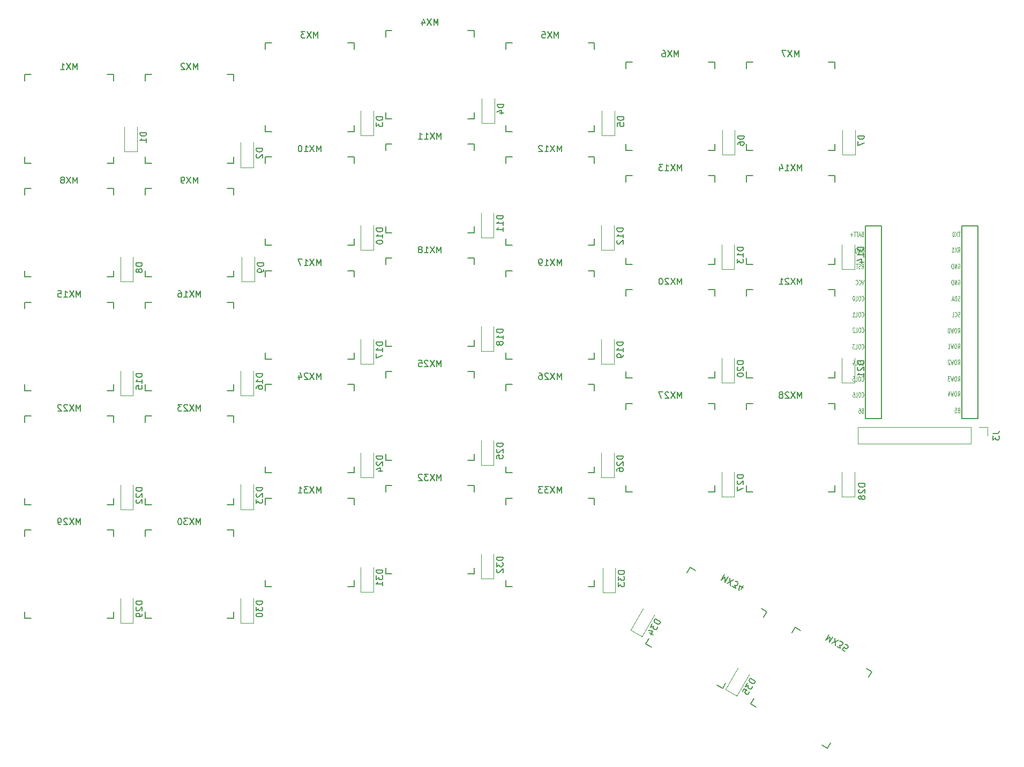
<source format=gbr>
G04 #@! TF.GenerationSoftware,KiCad,Pcbnew,(6.0.1-0)*
G04 #@! TF.CreationDate,2022-02-27T00:26:46+08:00*
G04 #@! TF.ProjectId,nut-kb,6e75742d-6b62-42e6-9b69-6361645f7063,rev?*
G04 #@! TF.SameCoordinates,Original*
G04 #@! TF.FileFunction,Legend,Bot*
G04 #@! TF.FilePolarity,Positive*
%FSLAX46Y46*%
G04 Gerber Fmt 4.6, Leading zero omitted, Abs format (unit mm)*
G04 Created by KiCad (PCBNEW (6.0.1-0)) date 2022-02-27 00:26:46*
%MOMM*%
%LPD*%
G01*
G04 APERTURE LIST*
%ADD10C,0.150000*%
%ADD11C,0.125000*%
%ADD12C,0.120000*%
G04 APERTURE END LIST*
D10*
X165527836Y-217078234D02*
X165027836Y-217944259D01*
X165673654Y-217492336D01*
X165605186Y-218277592D01*
X166105186Y-217411567D01*
X165935100Y-218468069D02*
X167012451Y-217935377D01*
X166512451Y-218801402D02*
X166435100Y-217602043D01*
X166759887Y-218944259D02*
X167295997Y-219253783D01*
X167197799Y-218757202D01*
X167321516Y-218828630D01*
X167427805Y-218835010D01*
X167492853Y-218817580D01*
X167581712Y-218758911D01*
X167700759Y-218552715D01*
X167707139Y-218446427D01*
X167689709Y-218381378D01*
X167631040Y-218292519D01*
X167383604Y-218149662D01*
X167277316Y-218143283D01*
X167212267Y-218160712D01*
X168079544Y-219706164D02*
X167667151Y-219468069D01*
X167864007Y-219031866D01*
X167881437Y-219096915D01*
X167940106Y-219185773D01*
X168146303Y-219304821D01*
X168252591Y-219311201D01*
X168317639Y-219293771D01*
X168406498Y-219235102D01*
X168525545Y-219028905D01*
X168531925Y-218922617D01*
X168514495Y-218857568D01*
X168455826Y-218768710D01*
X168249630Y-218649662D01*
X168143342Y-218643283D01*
X168078293Y-218660712D01*
X148976836Y-207578234D02*
X148476836Y-208444259D01*
X149122654Y-207992336D01*
X149054186Y-208777592D01*
X149554186Y-207911567D01*
X149384100Y-208968069D02*
X150461451Y-208435377D01*
X149961451Y-209301402D02*
X149884100Y-208102043D01*
X150208887Y-209444259D02*
X150744997Y-209753783D01*
X150646799Y-209257202D01*
X150770516Y-209328630D01*
X150876805Y-209335010D01*
X150941853Y-209317580D01*
X151030712Y-209258911D01*
X151149759Y-209052715D01*
X151156139Y-208946427D01*
X151138709Y-208881378D01*
X151080040Y-208792519D01*
X150832604Y-208649662D01*
X150726316Y-208643283D01*
X150661267Y-208660712D01*
X151653972Y-209893679D02*
X151987305Y-209316329D01*
X151257299Y-210104546D02*
X151408245Y-209366909D01*
X151944356Y-209676433D01*
X123221904Y-158697380D02*
X123221904Y-157697380D01*
X122888571Y-158411666D01*
X122555238Y-157697380D01*
X122555238Y-158697380D01*
X122174285Y-157697380D02*
X121507619Y-158697380D01*
X121507619Y-157697380D02*
X122174285Y-158697380D01*
X120602857Y-158697380D02*
X121174285Y-158697380D01*
X120888571Y-158697380D02*
X120888571Y-157697380D01*
X120983809Y-157840238D01*
X121079047Y-157935476D01*
X121174285Y-157983095D01*
X120126666Y-158697380D02*
X119936190Y-158697380D01*
X119840952Y-158649761D01*
X119793333Y-158602142D01*
X119698095Y-158459285D01*
X119650476Y-158268809D01*
X119650476Y-157887857D01*
X119698095Y-157792619D01*
X119745714Y-157745000D01*
X119840952Y-157697380D01*
X120031428Y-157697380D01*
X120126666Y-157745000D01*
X120174285Y-157792619D01*
X120221904Y-157887857D01*
X120221904Y-158125952D01*
X120174285Y-158221190D01*
X120126666Y-158268809D01*
X120031428Y-158316428D01*
X119840952Y-158316428D01*
X119745714Y-158268809D01*
X119698095Y-158221190D01*
X119650476Y-158125952D01*
X46745714Y-145697380D02*
X46745714Y-144697380D01*
X46412380Y-145411666D01*
X46079047Y-144697380D01*
X46079047Y-145697380D01*
X45698095Y-144697380D02*
X45031428Y-145697380D01*
X45031428Y-144697380D02*
X45698095Y-145697380D01*
X44507619Y-145125952D02*
X44602857Y-145078333D01*
X44650476Y-145030714D01*
X44698095Y-144935476D01*
X44698095Y-144887857D01*
X44650476Y-144792619D01*
X44602857Y-144745000D01*
X44507619Y-144697380D01*
X44317142Y-144697380D01*
X44221904Y-144745000D01*
X44174285Y-144792619D01*
X44126666Y-144887857D01*
X44126666Y-144935476D01*
X44174285Y-145030714D01*
X44221904Y-145078333D01*
X44317142Y-145125952D01*
X44507619Y-145125952D01*
X44602857Y-145173571D01*
X44650476Y-145221190D01*
X44698095Y-145316428D01*
X44698095Y-145506904D01*
X44650476Y-145602142D01*
X44602857Y-145649761D01*
X44507619Y-145697380D01*
X44317142Y-145697380D01*
X44221904Y-145649761D01*
X44174285Y-145602142D01*
X44126666Y-145506904D01*
X44126666Y-145316428D01*
X44174285Y-145221190D01*
X44221904Y-145173571D01*
X44317142Y-145125952D01*
X66221904Y-181697380D02*
X66221904Y-180697380D01*
X65888571Y-181411666D01*
X65555238Y-180697380D01*
X65555238Y-181697380D01*
X65174285Y-180697380D02*
X64507619Y-181697380D01*
X64507619Y-180697380D02*
X65174285Y-181697380D01*
X64174285Y-180792619D02*
X64126666Y-180745000D01*
X64031428Y-180697380D01*
X63793333Y-180697380D01*
X63698095Y-180745000D01*
X63650476Y-180792619D01*
X63602857Y-180887857D01*
X63602857Y-180983095D01*
X63650476Y-181125952D01*
X64221904Y-181697380D01*
X63602857Y-181697380D01*
X63269523Y-180697380D02*
X62650476Y-180697380D01*
X62983809Y-181078333D01*
X62840952Y-181078333D01*
X62745714Y-181125952D01*
X62698095Y-181173571D01*
X62650476Y-181268809D01*
X62650476Y-181506904D01*
X62698095Y-181602142D01*
X62745714Y-181649761D01*
X62840952Y-181697380D01*
X63126666Y-181697380D01*
X63221904Y-181649761D01*
X63269523Y-181602142D01*
X65745714Y-145697380D02*
X65745714Y-144697380D01*
X65412380Y-145411666D01*
X65079047Y-144697380D01*
X65079047Y-145697380D01*
X64698095Y-144697380D02*
X64031428Y-145697380D01*
X64031428Y-144697380D02*
X64698095Y-145697380D01*
X63602857Y-145697380D02*
X63412380Y-145697380D01*
X63317142Y-145649761D01*
X63269523Y-145602142D01*
X63174285Y-145459285D01*
X63126666Y-145268809D01*
X63126666Y-144887857D01*
X63174285Y-144792619D01*
X63221904Y-144745000D01*
X63317142Y-144697380D01*
X63507619Y-144697380D01*
X63602857Y-144745000D01*
X63650476Y-144792619D01*
X63698095Y-144887857D01*
X63698095Y-145125952D01*
X63650476Y-145221190D01*
X63602857Y-145268809D01*
X63507619Y-145316428D01*
X63317142Y-145316428D01*
X63221904Y-145268809D01*
X63174285Y-145221190D01*
X63126666Y-145125952D01*
X104221904Y-138697380D02*
X104221904Y-137697380D01*
X103888571Y-138411666D01*
X103555238Y-137697380D01*
X103555238Y-138697380D01*
X103174285Y-137697380D02*
X102507619Y-138697380D01*
X102507619Y-137697380D02*
X103174285Y-138697380D01*
X101602857Y-138697380D02*
X102174285Y-138697380D01*
X101888571Y-138697380D02*
X101888571Y-137697380D01*
X101983809Y-137840238D01*
X102079047Y-137935476D01*
X102174285Y-137983095D01*
X100650476Y-138697380D02*
X101221904Y-138697380D01*
X100936190Y-138697380D02*
X100936190Y-137697380D01*
X101031428Y-137840238D01*
X101126666Y-137935476D01*
X101221904Y-137983095D01*
X122745714Y-122697380D02*
X122745714Y-121697380D01*
X122412380Y-122411666D01*
X122079047Y-121697380D01*
X122079047Y-122697380D01*
X121698095Y-121697380D02*
X121031428Y-122697380D01*
X121031428Y-121697380D02*
X121698095Y-122697380D01*
X120174285Y-121697380D02*
X120650476Y-121697380D01*
X120698095Y-122173571D01*
X120650476Y-122125952D01*
X120555238Y-122078333D01*
X120317142Y-122078333D01*
X120221904Y-122125952D01*
X120174285Y-122173571D01*
X120126666Y-122268809D01*
X120126666Y-122506904D01*
X120174285Y-122602142D01*
X120221904Y-122649761D01*
X120317142Y-122697380D01*
X120555238Y-122697380D01*
X120650476Y-122649761D01*
X120698095Y-122602142D01*
X46745714Y-127697380D02*
X46745714Y-126697380D01*
X46412380Y-127411666D01*
X46079047Y-126697380D01*
X46079047Y-127697380D01*
X45698095Y-126697380D02*
X45031428Y-127697380D01*
X45031428Y-126697380D02*
X45698095Y-127697380D01*
X44126666Y-127697380D02*
X44698095Y-127697380D01*
X44412380Y-127697380D02*
X44412380Y-126697380D01*
X44507619Y-126840238D01*
X44602857Y-126935476D01*
X44698095Y-126983095D01*
X85221904Y-194697380D02*
X85221904Y-193697380D01*
X84888571Y-194411666D01*
X84555238Y-193697380D01*
X84555238Y-194697380D01*
X84174285Y-193697380D02*
X83507619Y-194697380D01*
X83507619Y-193697380D02*
X84174285Y-194697380D01*
X83221904Y-193697380D02*
X82602857Y-193697380D01*
X82936190Y-194078333D01*
X82793333Y-194078333D01*
X82698095Y-194125952D01*
X82650476Y-194173571D01*
X82602857Y-194268809D01*
X82602857Y-194506904D01*
X82650476Y-194602142D01*
X82698095Y-194649761D01*
X82793333Y-194697380D01*
X83079047Y-194697380D01*
X83174285Y-194649761D01*
X83221904Y-194602142D01*
X81650476Y-194697380D02*
X82221904Y-194697380D01*
X81936190Y-194697380D02*
X81936190Y-193697380D01*
X82031428Y-193840238D01*
X82126666Y-193935476D01*
X82221904Y-193983095D01*
X104221904Y-174697380D02*
X104221904Y-173697380D01*
X103888571Y-174411666D01*
X103555238Y-173697380D01*
X103555238Y-174697380D01*
X103174285Y-173697380D02*
X102507619Y-174697380D01*
X102507619Y-173697380D02*
X103174285Y-174697380D01*
X102174285Y-173792619D02*
X102126666Y-173745000D01*
X102031428Y-173697380D01*
X101793333Y-173697380D01*
X101698095Y-173745000D01*
X101650476Y-173792619D01*
X101602857Y-173887857D01*
X101602857Y-173983095D01*
X101650476Y-174125952D01*
X102221904Y-174697380D01*
X101602857Y-174697380D01*
X100698095Y-173697380D02*
X101174285Y-173697380D01*
X101221904Y-174173571D01*
X101174285Y-174125952D01*
X101079047Y-174078333D01*
X100840952Y-174078333D01*
X100745714Y-174125952D01*
X100698095Y-174173571D01*
X100650476Y-174268809D01*
X100650476Y-174506904D01*
X100698095Y-174602142D01*
X100745714Y-174649761D01*
X100840952Y-174697380D01*
X101079047Y-174697380D01*
X101174285Y-174649761D01*
X101221904Y-174602142D01*
X123221904Y-194697380D02*
X123221904Y-193697380D01*
X122888571Y-194411666D01*
X122555238Y-193697380D01*
X122555238Y-194697380D01*
X122174285Y-193697380D02*
X121507619Y-194697380D01*
X121507619Y-193697380D02*
X122174285Y-194697380D01*
X121221904Y-193697380D02*
X120602857Y-193697380D01*
X120936190Y-194078333D01*
X120793333Y-194078333D01*
X120698095Y-194125952D01*
X120650476Y-194173571D01*
X120602857Y-194268809D01*
X120602857Y-194506904D01*
X120650476Y-194602142D01*
X120698095Y-194649761D01*
X120793333Y-194697380D01*
X121079047Y-194697380D01*
X121174285Y-194649761D01*
X121221904Y-194602142D01*
X120269523Y-193697380D02*
X119650476Y-193697380D01*
X119983809Y-194078333D01*
X119840952Y-194078333D01*
X119745714Y-194125952D01*
X119698095Y-194173571D01*
X119650476Y-194268809D01*
X119650476Y-194506904D01*
X119698095Y-194602142D01*
X119745714Y-194649761D01*
X119840952Y-194697380D01*
X120126666Y-194697380D01*
X120221904Y-194649761D01*
X120269523Y-194602142D01*
X161221904Y-161697380D02*
X161221904Y-160697380D01*
X160888571Y-161411666D01*
X160555238Y-160697380D01*
X160555238Y-161697380D01*
X160174285Y-160697380D02*
X159507619Y-161697380D01*
X159507619Y-160697380D02*
X160174285Y-161697380D01*
X159174285Y-160792619D02*
X159126666Y-160745000D01*
X159031428Y-160697380D01*
X158793333Y-160697380D01*
X158698095Y-160745000D01*
X158650476Y-160792619D01*
X158602857Y-160887857D01*
X158602857Y-160983095D01*
X158650476Y-161125952D01*
X159221904Y-161697380D01*
X158602857Y-161697380D01*
X157650476Y-161697380D02*
X158221904Y-161697380D01*
X157936190Y-161697380D02*
X157936190Y-160697380D01*
X158031428Y-160840238D01*
X158126666Y-160935476D01*
X158221904Y-160983095D01*
X160745714Y-125697380D02*
X160745714Y-124697380D01*
X160412380Y-125411666D01*
X160079047Y-124697380D01*
X160079047Y-125697380D01*
X159698095Y-124697380D02*
X159031428Y-125697380D01*
X159031428Y-124697380D02*
X159698095Y-125697380D01*
X158745714Y-124697380D02*
X158079047Y-124697380D01*
X158507619Y-125697380D01*
X66221904Y-163697380D02*
X66221904Y-162697380D01*
X65888571Y-163411666D01*
X65555238Y-162697380D01*
X65555238Y-163697380D01*
X65174285Y-162697380D02*
X64507619Y-163697380D01*
X64507619Y-162697380D02*
X65174285Y-163697380D01*
X63602857Y-163697380D02*
X64174285Y-163697380D01*
X63888571Y-163697380D02*
X63888571Y-162697380D01*
X63983809Y-162840238D01*
X64079047Y-162935476D01*
X64174285Y-162983095D01*
X62745714Y-162697380D02*
X62936190Y-162697380D01*
X63031428Y-162745000D01*
X63079047Y-162792619D01*
X63174285Y-162935476D01*
X63221904Y-163125952D01*
X63221904Y-163506904D01*
X63174285Y-163602142D01*
X63126666Y-163649761D01*
X63031428Y-163697380D01*
X62840952Y-163697380D01*
X62745714Y-163649761D01*
X62698095Y-163602142D01*
X62650476Y-163506904D01*
X62650476Y-163268809D01*
X62698095Y-163173571D01*
X62745714Y-163125952D01*
X62840952Y-163078333D01*
X63031428Y-163078333D01*
X63126666Y-163125952D01*
X63174285Y-163173571D01*
X63221904Y-163268809D01*
X65745714Y-127697380D02*
X65745714Y-126697380D01*
X65412380Y-127411666D01*
X65079047Y-126697380D01*
X65079047Y-127697380D01*
X64698095Y-126697380D02*
X64031428Y-127697380D01*
X64031428Y-126697380D02*
X64698095Y-127697380D01*
X63698095Y-126792619D02*
X63650476Y-126745000D01*
X63555238Y-126697380D01*
X63317142Y-126697380D01*
X63221904Y-126745000D01*
X63174285Y-126792619D01*
X63126666Y-126887857D01*
X63126666Y-126983095D01*
X63174285Y-127125952D01*
X63745714Y-127697380D01*
X63126666Y-127697380D01*
X103745714Y-120697380D02*
X103745714Y-119697380D01*
X103412380Y-120411666D01*
X103079047Y-119697380D01*
X103079047Y-120697380D01*
X102698095Y-119697380D02*
X102031428Y-120697380D01*
X102031428Y-119697380D02*
X102698095Y-120697380D01*
X101221904Y-120030714D02*
X101221904Y-120697380D01*
X101460000Y-119649761D02*
X101698095Y-120364047D01*
X101079047Y-120364047D01*
X85221904Y-176697380D02*
X85221904Y-175697380D01*
X84888571Y-176411666D01*
X84555238Y-175697380D01*
X84555238Y-176697380D01*
X84174285Y-175697380D02*
X83507619Y-176697380D01*
X83507619Y-175697380D02*
X84174285Y-176697380D01*
X83174285Y-175792619D02*
X83126666Y-175745000D01*
X83031428Y-175697380D01*
X82793333Y-175697380D01*
X82698095Y-175745000D01*
X82650476Y-175792619D01*
X82602857Y-175887857D01*
X82602857Y-175983095D01*
X82650476Y-176125952D01*
X83221904Y-176697380D01*
X82602857Y-176697380D01*
X81745714Y-176030714D02*
X81745714Y-176697380D01*
X81983809Y-175649761D02*
X82221904Y-176364047D01*
X81602857Y-176364047D01*
X104221904Y-156697380D02*
X104221904Y-155697380D01*
X103888571Y-156411666D01*
X103555238Y-155697380D01*
X103555238Y-156697380D01*
X103174285Y-155697380D02*
X102507619Y-156697380D01*
X102507619Y-155697380D02*
X103174285Y-156697380D01*
X101602857Y-156697380D02*
X102174285Y-156697380D01*
X101888571Y-156697380D02*
X101888571Y-155697380D01*
X101983809Y-155840238D01*
X102079047Y-155935476D01*
X102174285Y-155983095D01*
X101031428Y-156125952D02*
X101126666Y-156078333D01*
X101174285Y-156030714D01*
X101221904Y-155935476D01*
X101221904Y-155887857D01*
X101174285Y-155792619D01*
X101126666Y-155745000D01*
X101031428Y-155697380D01*
X100840952Y-155697380D01*
X100745714Y-155745000D01*
X100698095Y-155792619D01*
X100650476Y-155887857D01*
X100650476Y-155935476D01*
X100698095Y-156030714D01*
X100745714Y-156078333D01*
X100840952Y-156125952D01*
X101031428Y-156125952D01*
X101126666Y-156173571D01*
X101174285Y-156221190D01*
X101221904Y-156316428D01*
X101221904Y-156506904D01*
X101174285Y-156602142D01*
X101126666Y-156649761D01*
X101031428Y-156697380D01*
X100840952Y-156697380D01*
X100745714Y-156649761D01*
X100698095Y-156602142D01*
X100650476Y-156506904D01*
X100650476Y-156316428D01*
X100698095Y-156221190D01*
X100745714Y-156173571D01*
X100840952Y-156125952D01*
X123221904Y-176697380D02*
X123221904Y-175697380D01*
X122888571Y-176411666D01*
X122555238Y-175697380D01*
X122555238Y-176697380D01*
X122174285Y-175697380D02*
X121507619Y-176697380D01*
X121507619Y-175697380D02*
X122174285Y-176697380D01*
X121174285Y-175792619D02*
X121126666Y-175745000D01*
X121031428Y-175697380D01*
X120793333Y-175697380D01*
X120698095Y-175745000D01*
X120650476Y-175792619D01*
X120602857Y-175887857D01*
X120602857Y-175983095D01*
X120650476Y-176125952D01*
X121221904Y-176697380D01*
X120602857Y-176697380D01*
X119745714Y-175697380D02*
X119936190Y-175697380D01*
X120031428Y-175745000D01*
X120079047Y-175792619D01*
X120174285Y-175935476D01*
X120221904Y-176125952D01*
X120221904Y-176506904D01*
X120174285Y-176602142D01*
X120126666Y-176649761D01*
X120031428Y-176697380D01*
X119840952Y-176697380D01*
X119745714Y-176649761D01*
X119698095Y-176602142D01*
X119650476Y-176506904D01*
X119650476Y-176268809D01*
X119698095Y-176173571D01*
X119745714Y-176125952D01*
X119840952Y-176078333D01*
X120031428Y-176078333D01*
X120126666Y-176125952D01*
X120174285Y-176173571D01*
X120221904Y-176268809D01*
X84745714Y-122697380D02*
X84745714Y-121697380D01*
X84412380Y-122411666D01*
X84079047Y-121697380D01*
X84079047Y-122697380D01*
X83698095Y-121697380D02*
X83031428Y-122697380D01*
X83031428Y-121697380D02*
X83698095Y-122697380D01*
X82745714Y-121697380D02*
X82126666Y-121697380D01*
X82460000Y-122078333D01*
X82317142Y-122078333D01*
X82221904Y-122125952D01*
X82174285Y-122173571D01*
X82126666Y-122268809D01*
X82126666Y-122506904D01*
X82174285Y-122602142D01*
X82221904Y-122649761D01*
X82317142Y-122697380D01*
X82602857Y-122697380D01*
X82698095Y-122649761D01*
X82745714Y-122602142D01*
X142221904Y-143697380D02*
X142221904Y-142697380D01*
X141888571Y-143411666D01*
X141555238Y-142697380D01*
X141555238Y-143697380D01*
X141174285Y-142697380D02*
X140507619Y-143697380D01*
X140507619Y-142697380D02*
X141174285Y-143697380D01*
X139602857Y-143697380D02*
X140174285Y-143697380D01*
X139888571Y-143697380D02*
X139888571Y-142697380D01*
X139983809Y-142840238D01*
X140079047Y-142935476D01*
X140174285Y-142983095D01*
X139269523Y-142697380D02*
X138650476Y-142697380D01*
X138983809Y-143078333D01*
X138840952Y-143078333D01*
X138745714Y-143125952D01*
X138698095Y-143173571D01*
X138650476Y-143268809D01*
X138650476Y-143506904D01*
X138698095Y-143602142D01*
X138745714Y-143649761D01*
X138840952Y-143697380D01*
X139126666Y-143697380D01*
X139221904Y-143649761D01*
X139269523Y-143602142D01*
X142221904Y-179697380D02*
X142221904Y-178697380D01*
X141888571Y-179411666D01*
X141555238Y-178697380D01*
X141555238Y-179697380D01*
X141174285Y-178697380D02*
X140507619Y-179697380D01*
X140507619Y-178697380D02*
X141174285Y-179697380D01*
X140174285Y-178792619D02*
X140126666Y-178745000D01*
X140031428Y-178697380D01*
X139793333Y-178697380D01*
X139698095Y-178745000D01*
X139650476Y-178792619D01*
X139602857Y-178887857D01*
X139602857Y-178983095D01*
X139650476Y-179125952D01*
X140221904Y-179697380D01*
X139602857Y-179697380D01*
X139269523Y-178697380D02*
X138602857Y-178697380D01*
X139031428Y-179697380D01*
X161221904Y-179697380D02*
X161221904Y-178697380D01*
X160888571Y-179411666D01*
X160555238Y-178697380D01*
X160555238Y-179697380D01*
X160174285Y-178697380D02*
X159507619Y-179697380D01*
X159507619Y-178697380D02*
X160174285Y-179697380D01*
X159174285Y-178792619D02*
X159126666Y-178745000D01*
X159031428Y-178697380D01*
X158793333Y-178697380D01*
X158698095Y-178745000D01*
X158650476Y-178792619D01*
X158602857Y-178887857D01*
X158602857Y-178983095D01*
X158650476Y-179125952D01*
X159221904Y-179697380D01*
X158602857Y-179697380D01*
X158031428Y-179125952D02*
X158126666Y-179078333D01*
X158174285Y-179030714D01*
X158221904Y-178935476D01*
X158221904Y-178887857D01*
X158174285Y-178792619D01*
X158126666Y-178745000D01*
X158031428Y-178697380D01*
X157840952Y-178697380D01*
X157745714Y-178745000D01*
X157698095Y-178792619D01*
X157650476Y-178887857D01*
X157650476Y-178935476D01*
X157698095Y-179030714D01*
X157745714Y-179078333D01*
X157840952Y-179125952D01*
X158031428Y-179125952D01*
X158126666Y-179173571D01*
X158174285Y-179221190D01*
X158221904Y-179316428D01*
X158221904Y-179506904D01*
X158174285Y-179602142D01*
X158126666Y-179649761D01*
X158031428Y-179697380D01*
X157840952Y-179697380D01*
X157745714Y-179649761D01*
X157698095Y-179602142D01*
X157650476Y-179506904D01*
X157650476Y-179316428D01*
X157698095Y-179221190D01*
X157745714Y-179173571D01*
X157840952Y-179125952D01*
X47221904Y-199697380D02*
X47221904Y-198697380D01*
X46888571Y-199411666D01*
X46555238Y-198697380D01*
X46555238Y-199697380D01*
X46174285Y-198697380D02*
X45507619Y-199697380D01*
X45507619Y-198697380D02*
X46174285Y-199697380D01*
X45174285Y-198792619D02*
X45126666Y-198745000D01*
X45031428Y-198697380D01*
X44793333Y-198697380D01*
X44698095Y-198745000D01*
X44650476Y-198792619D01*
X44602857Y-198887857D01*
X44602857Y-198983095D01*
X44650476Y-199125952D01*
X45221904Y-199697380D01*
X44602857Y-199697380D01*
X44126666Y-199697380D02*
X43936190Y-199697380D01*
X43840952Y-199649761D01*
X43793333Y-199602142D01*
X43698095Y-199459285D01*
X43650476Y-199268809D01*
X43650476Y-198887857D01*
X43698095Y-198792619D01*
X43745714Y-198745000D01*
X43840952Y-198697380D01*
X44031428Y-198697380D01*
X44126666Y-198745000D01*
X44174285Y-198792619D01*
X44221904Y-198887857D01*
X44221904Y-199125952D01*
X44174285Y-199221190D01*
X44126666Y-199268809D01*
X44031428Y-199316428D01*
X43840952Y-199316428D01*
X43745714Y-199268809D01*
X43698095Y-199221190D01*
X43650476Y-199125952D01*
X85221904Y-158697380D02*
X85221904Y-157697380D01*
X84888571Y-158411666D01*
X84555238Y-157697380D01*
X84555238Y-158697380D01*
X84174285Y-157697380D02*
X83507619Y-158697380D01*
X83507619Y-157697380D02*
X84174285Y-158697380D01*
X82602857Y-158697380D02*
X83174285Y-158697380D01*
X82888571Y-158697380D02*
X82888571Y-157697380D01*
X82983809Y-157840238D01*
X83079047Y-157935476D01*
X83174285Y-157983095D01*
X82269523Y-157697380D02*
X81602857Y-157697380D01*
X82031428Y-158697380D01*
X85221904Y-140697380D02*
X85221904Y-139697380D01*
X84888571Y-140411666D01*
X84555238Y-139697380D01*
X84555238Y-140697380D01*
X84174285Y-139697380D02*
X83507619Y-140697380D01*
X83507619Y-139697380D02*
X84174285Y-140697380D01*
X82602857Y-140697380D02*
X83174285Y-140697380D01*
X82888571Y-140697380D02*
X82888571Y-139697380D01*
X82983809Y-139840238D01*
X83079047Y-139935476D01*
X83174285Y-139983095D01*
X81983809Y-139697380D02*
X81888571Y-139697380D01*
X81793333Y-139745000D01*
X81745714Y-139792619D01*
X81698095Y-139887857D01*
X81650476Y-140078333D01*
X81650476Y-140316428D01*
X81698095Y-140506904D01*
X81745714Y-140602142D01*
X81793333Y-140649761D01*
X81888571Y-140697380D01*
X81983809Y-140697380D01*
X82079047Y-140649761D01*
X82126666Y-140602142D01*
X82174285Y-140506904D01*
X82221904Y-140316428D01*
X82221904Y-140078333D01*
X82174285Y-139887857D01*
X82126666Y-139792619D01*
X82079047Y-139745000D01*
X81983809Y-139697380D01*
X161221904Y-143697380D02*
X161221904Y-142697380D01*
X160888571Y-143411666D01*
X160555238Y-142697380D01*
X160555238Y-143697380D01*
X160174285Y-142697380D02*
X159507619Y-143697380D01*
X159507619Y-142697380D02*
X160174285Y-143697380D01*
X158602857Y-143697380D02*
X159174285Y-143697380D01*
X158888571Y-143697380D02*
X158888571Y-142697380D01*
X158983809Y-142840238D01*
X159079047Y-142935476D01*
X159174285Y-142983095D01*
X157745714Y-143030714D02*
X157745714Y-143697380D01*
X157983809Y-142649761D02*
X158221904Y-143364047D01*
X157602857Y-143364047D01*
D11*
X185873988Y-174351285D02*
X186040654Y-173994142D01*
X186159702Y-174351285D02*
X186159702Y-173601285D01*
X185969226Y-173601285D01*
X185921607Y-173637000D01*
X185897797Y-173672714D01*
X185873988Y-173744142D01*
X185873988Y-173851285D01*
X185897797Y-173922714D01*
X185921607Y-173958428D01*
X185969226Y-173994142D01*
X186159702Y-173994142D01*
X185564464Y-173601285D02*
X185469226Y-173601285D01*
X185421607Y-173637000D01*
X185373988Y-173708428D01*
X185350178Y-173851285D01*
X185350178Y-174101285D01*
X185373988Y-174244142D01*
X185421607Y-174315571D01*
X185469226Y-174351285D01*
X185564464Y-174351285D01*
X185612083Y-174315571D01*
X185659702Y-174244142D01*
X185683511Y-174101285D01*
X185683511Y-173851285D01*
X185659702Y-173708428D01*
X185612083Y-173637000D01*
X185564464Y-173601285D01*
X185183511Y-173601285D02*
X185064464Y-174351285D01*
X184969226Y-173815571D01*
X184873988Y-174351285D01*
X184754940Y-173601285D01*
X184588273Y-173672714D02*
X184564464Y-173637000D01*
X184516845Y-173601285D01*
X184397797Y-173601285D01*
X184350178Y-173637000D01*
X184326369Y-173672714D01*
X184302559Y-173744142D01*
X184302559Y-173815571D01*
X184326369Y-173922714D01*
X184612083Y-174351285D01*
X184302559Y-174351285D01*
X170697797Y-156025000D02*
X170745416Y-155989285D01*
X170816845Y-155989285D01*
X170888273Y-156025000D01*
X170935892Y-156096428D01*
X170959702Y-156167857D01*
X170983511Y-156310714D01*
X170983511Y-156417857D01*
X170959702Y-156560714D01*
X170935892Y-156632142D01*
X170888273Y-156703571D01*
X170816845Y-156739285D01*
X170769226Y-156739285D01*
X170697797Y-156703571D01*
X170673988Y-156667857D01*
X170673988Y-156417857D01*
X170769226Y-156417857D01*
X170459702Y-156739285D02*
X170459702Y-155989285D01*
X170173988Y-156739285D01*
X170173988Y-155989285D01*
X169935892Y-156739285D02*
X169935892Y-155989285D01*
X169816845Y-155989285D01*
X169745416Y-156025000D01*
X169697797Y-156096428D01*
X169673988Y-156167857D01*
X169650178Y-156310714D01*
X169650178Y-156417857D01*
X169673988Y-156560714D01*
X169697797Y-156632142D01*
X169745416Y-156703571D01*
X169816845Y-156739285D01*
X169935892Y-156739285D01*
X185897797Y-161000500D02*
X185945416Y-160964785D01*
X186016845Y-160964785D01*
X186088273Y-161000500D01*
X186135892Y-161071928D01*
X186159702Y-161143357D01*
X186183511Y-161286214D01*
X186183511Y-161393357D01*
X186159702Y-161536214D01*
X186135892Y-161607642D01*
X186088273Y-161679071D01*
X186016845Y-161714785D01*
X185969226Y-161714785D01*
X185897797Y-161679071D01*
X185873988Y-161643357D01*
X185873988Y-161393357D01*
X185969226Y-161393357D01*
X185659702Y-161714785D02*
X185659702Y-160964785D01*
X185373988Y-161714785D01*
X185373988Y-160964785D01*
X185135892Y-161714785D02*
X185135892Y-160964785D01*
X185016845Y-160964785D01*
X184945416Y-161000500D01*
X184897797Y-161071928D01*
X184873988Y-161143357D01*
X184850178Y-161286214D01*
X184850178Y-161393357D01*
X184873988Y-161536214D01*
X184897797Y-161607642D01*
X184945416Y-161679071D01*
X185016845Y-161714785D01*
X185135892Y-161714785D01*
X185873988Y-169339285D02*
X186040654Y-168982142D01*
X186159702Y-169339285D02*
X186159702Y-168589285D01*
X185969226Y-168589285D01*
X185921607Y-168625000D01*
X185897797Y-168660714D01*
X185873988Y-168732142D01*
X185873988Y-168839285D01*
X185897797Y-168910714D01*
X185921607Y-168946428D01*
X185969226Y-168982142D01*
X186159702Y-168982142D01*
X185564464Y-168589285D02*
X185469226Y-168589285D01*
X185421607Y-168625000D01*
X185373988Y-168696428D01*
X185350178Y-168839285D01*
X185350178Y-169089285D01*
X185373988Y-169232142D01*
X185421607Y-169303571D01*
X185469226Y-169339285D01*
X185564464Y-169339285D01*
X185612083Y-169303571D01*
X185659702Y-169232142D01*
X185683511Y-169089285D01*
X185683511Y-168839285D01*
X185659702Y-168696428D01*
X185612083Y-168625000D01*
X185564464Y-168589285D01*
X185183511Y-168589285D02*
X185064464Y-169339285D01*
X184969226Y-168803571D01*
X184873988Y-169339285D01*
X184754940Y-168589285D01*
X184469226Y-168589285D02*
X184421607Y-168589285D01*
X184373988Y-168625000D01*
X184350178Y-168660714D01*
X184326369Y-168732142D01*
X184302559Y-168875000D01*
X184302559Y-169053571D01*
X184326369Y-169196428D01*
X184350178Y-169267857D01*
X184373988Y-169303571D01*
X184421607Y-169339285D01*
X184469226Y-169339285D01*
X184516845Y-169303571D01*
X184540654Y-169267857D01*
X184564464Y-169196428D01*
X184588273Y-169053571D01*
X184588273Y-168875000D01*
X184564464Y-168732142D01*
X184540654Y-168660714D01*
X184516845Y-168625000D01*
X184469226Y-168589285D01*
X170673988Y-176917857D02*
X170697797Y-176953571D01*
X170769226Y-176989285D01*
X170816845Y-176989285D01*
X170888273Y-176953571D01*
X170935892Y-176882142D01*
X170959702Y-176810714D01*
X170983511Y-176667857D01*
X170983511Y-176560714D01*
X170959702Y-176417857D01*
X170935892Y-176346428D01*
X170888273Y-176275000D01*
X170816845Y-176239285D01*
X170769226Y-176239285D01*
X170697797Y-176275000D01*
X170673988Y-176310714D01*
X170364464Y-176239285D02*
X170269226Y-176239285D01*
X170221607Y-176275000D01*
X170173988Y-176346428D01*
X170150178Y-176489285D01*
X170150178Y-176739285D01*
X170173988Y-176882142D01*
X170221607Y-176953571D01*
X170269226Y-176989285D01*
X170364464Y-176989285D01*
X170412083Y-176953571D01*
X170459702Y-176882142D01*
X170483511Y-176739285D01*
X170483511Y-176489285D01*
X170459702Y-176346428D01*
X170412083Y-176275000D01*
X170364464Y-176239285D01*
X169697797Y-176989285D02*
X169935892Y-176989285D01*
X169935892Y-176239285D01*
X169293035Y-176239285D02*
X169531130Y-176239285D01*
X169554940Y-176596428D01*
X169531130Y-176560714D01*
X169483511Y-176525000D01*
X169364464Y-176525000D01*
X169316845Y-176560714D01*
X169293035Y-176596428D01*
X169269226Y-176667857D01*
X169269226Y-176846428D01*
X169293035Y-176917857D01*
X169316845Y-176953571D01*
X169364464Y-176989285D01*
X169483511Y-176989285D01*
X169531130Y-176953571D01*
X169554940Y-176917857D01*
X170673988Y-166723357D02*
X170697797Y-166759071D01*
X170769226Y-166794785D01*
X170816845Y-166794785D01*
X170888273Y-166759071D01*
X170935892Y-166687642D01*
X170959702Y-166616214D01*
X170983511Y-166473357D01*
X170983511Y-166366214D01*
X170959702Y-166223357D01*
X170935892Y-166151928D01*
X170888273Y-166080500D01*
X170816845Y-166044785D01*
X170769226Y-166044785D01*
X170697797Y-166080500D01*
X170673988Y-166116214D01*
X170364464Y-166044785D02*
X170269226Y-166044785D01*
X170221607Y-166080500D01*
X170173988Y-166151928D01*
X170150178Y-166294785D01*
X170150178Y-166544785D01*
X170173988Y-166687642D01*
X170221607Y-166759071D01*
X170269226Y-166794785D01*
X170364464Y-166794785D01*
X170412083Y-166759071D01*
X170459702Y-166687642D01*
X170483511Y-166544785D01*
X170483511Y-166294785D01*
X170459702Y-166151928D01*
X170412083Y-166080500D01*
X170364464Y-166044785D01*
X169697797Y-166794785D02*
X169935892Y-166794785D01*
X169935892Y-166044785D01*
X169269226Y-166794785D02*
X169554940Y-166794785D01*
X169412083Y-166794785D02*
X169412083Y-166044785D01*
X169459702Y-166151928D01*
X169507321Y-166223357D01*
X169554940Y-166259071D01*
X185993035Y-181578428D02*
X185921607Y-181614142D01*
X185897797Y-181649857D01*
X185873988Y-181721285D01*
X185873988Y-181828428D01*
X185897797Y-181899857D01*
X185921607Y-181935571D01*
X185969226Y-181971285D01*
X186159702Y-181971285D01*
X186159702Y-181221285D01*
X185993035Y-181221285D01*
X185945416Y-181257000D01*
X185921607Y-181292714D01*
X185897797Y-181364142D01*
X185897797Y-181435571D01*
X185921607Y-181507000D01*
X185945416Y-181542714D01*
X185993035Y-181578428D01*
X186159702Y-181578428D01*
X185421607Y-181221285D02*
X185659702Y-181221285D01*
X185683511Y-181578428D01*
X185659702Y-181542714D01*
X185612083Y-181507000D01*
X185493035Y-181507000D01*
X185445416Y-181542714D01*
X185421607Y-181578428D01*
X185397797Y-181649857D01*
X185397797Y-181828428D01*
X185421607Y-181899857D01*
X185445416Y-181935571D01*
X185493035Y-181971285D01*
X185612083Y-181971285D01*
X185659702Y-181935571D01*
X185683511Y-181899857D01*
X186231130Y-153344785D02*
X185945416Y-153344785D01*
X186088273Y-154094785D02*
X186088273Y-153344785D01*
X185826369Y-153344785D02*
X185493035Y-154094785D01*
X185493035Y-153344785D02*
X185826369Y-154094785D01*
X185207321Y-153344785D02*
X185159702Y-153344785D01*
X185112083Y-153380500D01*
X185088273Y-153416214D01*
X185064464Y-153487642D01*
X185040654Y-153630500D01*
X185040654Y-153809071D01*
X185064464Y-153951928D01*
X185088273Y-154023357D01*
X185112083Y-154059071D01*
X185159702Y-154094785D01*
X185207321Y-154094785D01*
X185254940Y-154059071D01*
X185278750Y-154023357D01*
X185302559Y-153951928D01*
X185326369Y-153809071D01*
X185326369Y-153630500D01*
X185302559Y-153487642D01*
X185278750Y-153416214D01*
X185254940Y-153380500D01*
X185207321Y-153344785D01*
X170673988Y-179423357D02*
X170697797Y-179459071D01*
X170769226Y-179494785D01*
X170816845Y-179494785D01*
X170888273Y-179459071D01*
X170935892Y-179387642D01*
X170959702Y-179316214D01*
X170983511Y-179173357D01*
X170983511Y-179066214D01*
X170959702Y-178923357D01*
X170935892Y-178851928D01*
X170888273Y-178780500D01*
X170816845Y-178744785D01*
X170769226Y-178744785D01*
X170697797Y-178780500D01*
X170673988Y-178816214D01*
X170364464Y-178744785D02*
X170269226Y-178744785D01*
X170221607Y-178780500D01*
X170173988Y-178851928D01*
X170150178Y-178994785D01*
X170150178Y-179244785D01*
X170173988Y-179387642D01*
X170221607Y-179459071D01*
X170269226Y-179494785D01*
X170364464Y-179494785D01*
X170412083Y-179459071D01*
X170459702Y-179387642D01*
X170483511Y-179244785D01*
X170483511Y-178994785D01*
X170459702Y-178851928D01*
X170412083Y-178780500D01*
X170364464Y-178744785D01*
X169697797Y-179494785D02*
X169935892Y-179494785D01*
X169935892Y-178744785D01*
X169316845Y-178744785D02*
X169412083Y-178744785D01*
X169459702Y-178780500D01*
X169483511Y-178816214D01*
X169531130Y-178923357D01*
X169554940Y-179066214D01*
X169554940Y-179351928D01*
X169531130Y-179423357D01*
X169507321Y-179459071D01*
X169459702Y-179494785D01*
X169364464Y-179494785D01*
X169316845Y-179459071D01*
X169293035Y-179423357D01*
X169269226Y-179351928D01*
X169269226Y-179173357D01*
X169293035Y-179101928D01*
X169316845Y-179066214D01*
X169364464Y-179030500D01*
X169459702Y-179030500D01*
X169507321Y-179066214D01*
X169531130Y-179101928D01*
X169554940Y-179173357D01*
X170673988Y-174406857D02*
X170697797Y-174442571D01*
X170769226Y-174478285D01*
X170816845Y-174478285D01*
X170888273Y-174442571D01*
X170935892Y-174371142D01*
X170959702Y-174299714D01*
X170983511Y-174156857D01*
X170983511Y-174049714D01*
X170959702Y-173906857D01*
X170935892Y-173835428D01*
X170888273Y-173764000D01*
X170816845Y-173728285D01*
X170769226Y-173728285D01*
X170697797Y-173764000D01*
X170673988Y-173799714D01*
X170364464Y-173728285D02*
X170269226Y-173728285D01*
X170221607Y-173764000D01*
X170173988Y-173835428D01*
X170150178Y-173978285D01*
X170150178Y-174228285D01*
X170173988Y-174371142D01*
X170221607Y-174442571D01*
X170269226Y-174478285D01*
X170364464Y-174478285D01*
X170412083Y-174442571D01*
X170459702Y-174371142D01*
X170483511Y-174228285D01*
X170483511Y-173978285D01*
X170459702Y-173835428D01*
X170412083Y-173764000D01*
X170364464Y-173728285D01*
X169697797Y-174478285D02*
X169935892Y-174478285D01*
X169935892Y-173728285D01*
X169316845Y-173978285D02*
X169316845Y-174478285D01*
X169435892Y-173692571D02*
X169554940Y-174228285D01*
X169245416Y-174228285D01*
X171031130Y-160964785D02*
X170864464Y-161714785D01*
X170697797Y-160964785D01*
X170245416Y-161643357D02*
X170269226Y-161679071D01*
X170340654Y-161714785D01*
X170388273Y-161714785D01*
X170459702Y-161679071D01*
X170507321Y-161607642D01*
X170531130Y-161536214D01*
X170554940Y-161393357D01*
X170554940Y-161286214D01*
X170531130Y-161143357D01*
X170507321Y-161071928D01*
X170459702Y-161000500D01*
X170388273Y-160964785D01*
X170340654Y-160964785D01*
X170269226Y-161000500D01*
X170245416Y-161036214D01*
X169745416Y-161643357D02*
X169769226Y-161679071D01*
X169840654Y-161714785D01*
X169888273Y-161714785D01*
X169959702Y-161679071D01*
X170007321Y-161607642D01*
X170031130Y-161536214D01*
X170054940Y-161393357D01*
X170054940Y-161286214D01*
X170031130Y-161143357D01*
X170007321Y-161071928D01*
X169959702Y-161000500D01*
X169888273Y-160964785D01*
X169840654Y-160964785D01*
X169769226Y-161000500D01*
X169745416Y-161036214D01*
X185873988Y-179367785D02*
X186040654Y-179010642D01*
X186159702Y-179367785D02*
X186159702Y-178617785D01*
X185969226Y-178617785D01*
X185921607Y-178653500D01*
X185897797Y-178689214D01*
X185873988Y-178760642D01*
X185873988Y-178867785D01*
X185897797Y-178939214D01*
X185921607Y-178974928D01*
X185969226Y-179010642D01*
X186159702Y-179010642D01*
X185564464Y-178617785D02*
X185469226Y-178617785D01*
X185421607Y-178653500D01*
X185373988Y-178724928D01*
X185350178Y-178867785D01*
X185350178Y-179117785D01*
X185373988Y-179260642D01*
X185421607Y-179332071D01*
X185469226Y-179367785D01*
X185564464Y-179367785D01*
X185612083Y-179332071D01*
X185659702Y-179260642D01*
X185683511Y-179117785D01*
X185683511Y-178867785D01*
X185659702Y-178724928D01*
X185612083Y-178653500D01*
X185564464Y-178617785D01*
X185183511Y-178617785D02*
X185064464Y-179367785D01*
X184969226Y-178832071D01*
X184873988Y-179367785D01*
X184754940Y-178617785D01*
X184350178Y-178867785D02*
X184350178Y-179367785D01*
X184469226Y-178582071D02*
X184588273Y-179117785D01*
X184278750Y-179117785D01*
X185897797Y-158460500D02*
X185945416Y-158424785D01*
X186016845Y-158424785D01*
X186088273Y-158460500D01*
X186135892Y-158531928D01*
X186159702Y-158603357D01*
X186183511Y-158746214D01*
X186183511Y-158853357D01*
X186159702Y-158996214D01*
X186135892Y-159067642D01*
X186088273Y-159139071D01*
X186016845Y-159174785D01*
X185969226Y-159174785D01*
X185897797Y-159139071D01*
X185873988Y-159103357D01*
X185873988Y-158853357D01*
X185969226Y-158853357D01*
X185659702Y-159174785D02*
X185659702Y-158424785D01*
X185373988Y-159174785D01*
X185373988Y-158424785D01*
X185135892Y-159174785D02*
X185135892Y-158424785D01*
X185016845Y-158424785D01*
X184945416Y-158460500D01*
X184897797Y-158531928D01*
X184873988Y-158603357D01*
X184850178Y-158746214D01*
X184850178Y-158853357D01*
X184873988Y-158996214D01*
X184897797Y-159067642D01*
X184945416Y-159139071D01*
X185016845Y-159174785D01*
X185135892Y-159174785D01*
X170673988Y-169199857D02*
X170697797Y-169235571D01*
X170769226Y-169271285D01*
X170816845Y-169271285D01*
X170888273Y-169235571D01*
X170935892Y-169164142D01*
X170959702Y-169092714D01*
X170983511Y-168949857D01*
X170983511Y-168842714D01*
X170959702Y-168699857D01*
X170935892Y-168628428D01*
X170888273Y-168557000D01*
X170816845Y-168521285D01*
X170769226Y-168521285D01*
X170697797Y-168557000D01*
X170673988Y-168592714D01*
X170364464Y-168521285D02*
X170269226Y-168521285D01*
X170221607Y-168557000D01*
X170173988Y-168628428D01*
X170150178Y-168771285D01*
X170150178Y-169021285D01*
X170173988Y-169164142D01*
X170221607Y-169235571D01*
X170269226Y-169271285D01*
X170364464Y-169271285D01*
X170412083Y-169235571D01*
X170459702Y-169164142D01*
X170483511Y-169021285D01*
X170483511Y-168771285D01*
X170459702Y-168628428D01*
X170412083Y-168557000D01*
X170364464Y-168521285D01*
X169697797Y-169271285D02*
X169935892Y-169271285D01*
X169935892Y-168521285D01*
X169554940Y-168592714D02*
X169531130Y-168557000D01*
X169483511Y-168521285D01*
X169364464Y-168521285D01*
X169316845Y-168557000D01*
X169293035Y-168592714D01*
X169269226Y-168664142D01*
X169269226Y-168735571D01*
X169293035Y-168842714D01*
X169578750Y-169271285D01*
X169269226Y-169271285D01*
X186183511Y-164253571D02*
X186112083Y-164289285D01*
X185993035Y-164289285D01*
X185945416Y-164253571D01*
X185921607Y-164217857D01*
X185897797Y-164146428D01*
X185897797Y-164075000D01*
X185921607Y-164003571D01*
X185945416Y-163967857D01*
X185993035Y-163932142D01*
X186088273Y-163896428D01*
X186135892Y-163860714D01*
X186159702Y-163825000D01*
X186183511Y-163753571D01*
X186183511Y-163682142D01*
X186159702Y-163610714D01*
X186135892Y-163575000D01*
X186088273Y-163539285D01*
X185969226Y-163539285D01*
X185897797Y-163575000D01*
X185683511Y-164289285D02*
X185683511Y-163539285D01*
X185564464Y-163539285D01*
X185493035Y-163575000D01*
X185445416Y-163646428D01*
X185421607Y-163717857D01*
X185397797Y-163860714D01*
X185397797Y-163967857D01*
X185421607Y-164110714D01*
X185445416Y-164182142D01*
X185493035Y-164253571D01*
X185564464Y-164289285D01*
X185683511Y-164289285D01*
X185207321Y-164075000D02*
X184969226Y-164075000D01*
X185254940Y-164289285D02*
X185088273Y-163539285D01*
X184921607Y-164289285D01*
X170673988Y-171803357D02*
X170697797Y-171839071D01*
X170769226Y-171874785D01*
X170816845Y-171874785D01*
X170888273Y-171839071D01*
X170935892Y-171767642D01*
X170959702Y-171696214D01*
X170983511Y-171553357D01*
X170983511Y-171446214D01*
X170959702Y-171303357D01*
X170935892Y-171231928D01*
X170888273Y-171160500D01*
X170816845Y-171124785D01*
X170769226Y-171124785D01*
X170697797Y-171160500D01*
X170673988Y-171196214D01*
X170364464Y-171124785D02*
X170269226Y-171124785D01*
X170221607Y-171160500D01*
X170173988Y-171231928D01*
X170150178Y-171374785D01*
X170150178Y-171624785D01*
X170173988Y-171767642D01*
X170221607Y-171839071D01*
X170269226Y-171874785D01*
X170364464Y-171874785D01*
X170412083Y-171839071D01*
X170459702Y-171767642D01*
X170483511Y-171624785D01*
X170483511Y-171374785D01*
X170459702Y-171231928D01*
X170412083Y-171160500D01*
X170364464Y-171124785D01*
X169697797Y-171874785D02*
X169935892Y-171874785D01*
X169935892Y-171124785D01*
X169578750Y-171124785D02*
X169269226Y-171124785D01*
X169435892Y-171410500D01*
X169364464Y-171410500D01*
X169316845Y-171446214D01*
X169293035Y-171481928D01*
X169269226Y-171553357D01*
X169269226Y-171731928D01*
X169293035Y-171803357D01*
X169316845Y-171839071D01*
X169364464Y-171874785D01*
X169507321Y-171874785D01*
X169554940Y-171839071D01*
X169578750Y-171803357D01*
X185873988Y-176989285D02*
X186040654Y-176632142D01*
X186159702Y-176989285D02*
X186159702Y-176239285D01*
X185969226Y-176239285D01*
X185921607Y-176275000D01*
X185897797Y-176310714D01*
X185873988Y-176382142D01*
X185873988Y-176489285D01*
X185897797Y-176560714D01*
X185921607Y-176596428D01*
X185969226Y-176632142D01*
X186159702Y-176632142D01*
X185564464Y-176239285D02*
X185469226Y-176239285D01*
X185421607Y-176275000D01*
X185373988Y-176346428D01*
X185350178Y-176489285D01*
X185350178Y-176739285D01*
X185373988Y-176882142D01*
X185421607Y-176953571D01*
X185469226Y-176989285D01*
X185564464Y-176989285D01*
X185612083Y-176953571D01*
X185659702Y-176882142D01*
X185683511Y-176739285D01*
X185683511Y-176489285D01*
X185659702Y-176346428D01*
X185612083Y-176275000D01*
X185564464Y-176239285D01*
X185183511Y-176239285D02*
X185064464Y-176989285D01*
X184969226Y-176453571D01*
X184873988Y-176989285D01*
X184754940Y-176239285D01*
X184612083Y-176239285D02*
X184302559Y-176239285D01*
X184469226Y-176525000D01*
X184397797Y-176525000D01*
X184350178Y-176560714D01*
X184326369Y-176596428D01*
X184302559Y-176667857D01*
X184302559Y-176846428D01*
X184326369Y-176917857D01*
X184350178Y-176953571D01*
X184397797Y-176989285D01*
X184540654Y-176989285D01*
X184588273Y-176953571D01*
X184612083Y-176917857D01*
X185873988Y-156571285D02*
X186040654Y-156214142D01*
X186159702Y-156571285D02*
X186159702Y-155821285D01*
X185969226Y-155821285D01*
X185921607Y-155857000D01*
X185897797Y-155892714D01*
X185873988Y-155964142D01*
X185873988Y-156071285D01*
X185897797Y-156142714D01*
X185921607Y-156178428D01*
X185969226Y-156214142D01*
X186159702Y-156214142D01*
X185707321Y-155821285D02*
X185373988Y-156571285D01*
X185373988Y-155821285D02*
X185707321Y-156571285D01*
X184921607Y-156571285D02*
X185207321Y-156571285D01*
X185064464Y-156571285D02*
X185064464Y-155821285D01*
X185112083Y-155928428D01*
X185159702Y-155999857D01*
X185207321Y-156035571D01*
X185873988Y-171839285D02*
X186040654Y-171482142D01*
X186159702Y-171839285D02*
X186159702Y-171089285D01*
X185969226Y-171089285D01*
X185921607Y-171125000D01*
X185897797Y-171160714D01*
X185873988Y-171232142D01*
X185873988Y-171339285D01*
X185897797Y-171410714D01*
X185921607Y-171446428D01*
X185969226Y-171482142D01*
X186159702Y-171482142D01*
X185564464Y-171089285D02*
X185469226Y-171089285D01*
X185421607Y-171125000D01*
X185373988Y-171196428D01*
X185350178Y-171339285D01*
X185350178Y-171589285D01*
X185373988Y-171732142D01*
X185421607Y-171803571D01*
X185469226Y-171839285D01*
X185564464Y-171839285D01*
X185612083Y-171803571D01*
X185659702Y-171732142D01*
X185683511Y-171589285D01*
X185683511Y-171339285D01*
X185659702Y-171196428D01*
X185612083Y-171125000D01*
X185564464Y-171089285D01*
X185183511Y-171089285D02*
X185064464Y-171839285D01*
X184969226Y-171303571D01*
X184873988Y-171839285D01*
X184754940Y-171089285D01*
X184302559Y-171839285D02*
X184588273Y-171839285D01*
X184445416Y-171839285D02*
X184445416Y-171089285D01*
X184493035Y-171196428D01*
X184540654Y-171267857D01*
X184588273Y-171303571D01*
X170673988Y-164183357D02*
X170697797Y-164219071D01*
X170769226Y-164254785D01*
X170816845Y-164254785D01*
X170888273Y-164219071D01*
X170935892Y-164147642D01*
X170959702Y-164076214D01*
X170983511Y-163933357D01*
X170983511Y-163826214D01*
X170959702Y-163683357D01*
X170935892Y-163611928D01*
X170888273Y-163540500D01*
X170816845Y-163504785D01*
X170769226Y-163504785D01*
X170697797Y-163540500D01*
X170673988Y-163576214D01*
X170364464Y-163504785D02*
X170269226Y-163504785D01*
X170221607Y-163540500D01*
X170173988Y-163611928D01*
X170150178Y-163754785D01*
X170150178Y-164004785D01*
X170173988Y-164147642D01*
X170221607Y-164219071D01*
X170269226Y-164254785D01*
X170364464Y-164254785D01*
X170412083Y-164219071D01*
X170459702Y-164147642D01*
X170483511Y-164004785D01*
X170483511Y-163754785D01*
X170459702Y-163611928D01*
X170412083Y-163540500D01*
X170364464Y-163504785D01*
X169697797Y-164254785D02*
X169935892Y-164254785D01*
X169935892Y-163504785D01*
X169435892Y-163504785D02*
X169388273Y-163504785D01*
X169340654Y-163540500D01*
X169316845Y-163576214D01*
X169293035Y-163647642D01*
X169269226Y-163790500D01*
X169269226Y-163969071D01*
X169293035Y-164111928D01*
X169316845Y-164183357D01*
X169340654Y-164219071D01*
X169388273Y-164254785D01*
X169435892Y-164254785D01*
X169483511Y-164219071D01*
X169507321Y-164183357D01*
X169531130Y-164111928D01*
X169554940Y-163969071D01*
X169554940Y-163790500D01*
X169531130Y-163647642D01*
X169507321Y-163576214D01*
X169483511Y-163540500D01*
X169435892Y-163504785D01*
X170793035Y-181641928D02*
X170721607Y-181677642D01*
X170697797Y-181713357D01*
X170673988Y-181784785D01*
X170673988Y-181891928D01*
X170697797Y-181963357D01*
X170721607Y-181999071D01*
X170769226Y-182034785D01*
X170959702Y-182034785D01*
X170959702Y-181284785D01*
X170793035Y-181284785D01*
X170745416Y-181320500D01*
X170721607Y-181356214D01*
X170697797Y-181427642D01*
X170697797Y-181499071D01*
X170721607Y-181570500D01*
X170745416Y-181606214D01*
X170793035Y-181641928D01*
X170959702Y-181641928D01*
X170245416Y-181284785D02*
X170340654Y-181284785D01*
X170388273Y-181320500D01*
X170412083Y-181356214D01*
X170459702Y-181463357D01*
X170483511Y-181606214D01*
X170483511Y-181891928D01*
X170459702Y-181963357D01*
X170435892Y-181999071D01*
X170388273Y-182034785D01*
X170293035Y-182034785D01*
X170245416Y-181999071D01*
X170221607Y-181963357D01*
X170197797Y-181891928D01*
X170197797Y-181713357D01*
X170221607Y-181641928D01*
X170245416Y-181606214D01*
X170293035Y-181570500D01*
X170388273Y-181570500D01*
X170435892Y-181606214D01*
X170459702Y-181641928D01*
X170483511Y-181713357D01*
X170793035Y-153701928D02*
X170721607Y-153737642D01*
X170697797Y-153773357D01*
X170673988Y-153844785D01*
X170673988Y-153951928D01*
X170697797Y-154023357D01*
X170721607Y-154059071D01*
X170769226Y-154094785D01*
X170959702Y-154094785D01*
X170959702Y-153344785D01*
X170793035Y-153344785D01*
X170745416Y-153380500D01*
X170721607Y-153416214D01*
X170697797Y-153487642D01*
X170697797Y-153559071D01*
X170721607Y-153630500D01*
X170745416Y-153666214D01*
X170793035Y-153701928D01*
X170959702Y-153701928D01*
X170483511Y-153880500D02*
X170245416Y-153880500D01*
X170531130Y-154094785D02*
X170364464Y-153344785D01*
X170197797Y-154094785D01*
X170102559Y-153344785D02*
X169816845Y-153344785D01*
X169959702Y-154094785D02*
X169959702Y-153344785D01*
X169721607Y-153344785D02*
X169435892Y-153344785D01*
X169578750Y-154094785D02*
X169578750Y-153344785D01*
X169269226Y-153809071D02*
X168888273Y-153809071D01*
X169078750Y-154094785D02*
X169078750Y-153523357D01*
X170673988Y-159174785D02*
X170840654Y-158817642D01*
X170959702Y-159174785D02*
X170959702Y-158424785D01*
X170769226Y-158424785D01*
X170721607Y-158460500D01*
X170697797Y-158496214D01*
X170673988Y-158567642D01*
X170673988Y-158674785D01*
X170697797Y-158746214D01*
X170721607Y-158781928D01*
X170769226Y-158817642D01*
X170959702Y-158817642D01*
X170483511Y-159139071D02*
X170412083Y-159174785D01*
X170293035Y-159174785D01*
X170245416Y-159139071D01*
X170221607Y-159103357D01*
X170197797Y-159031928D01*
X170197797Y-158960500D01*
X170221607Y-158889071D01*
X170245416Y-158853357D01*
X170293035Y-158817642D01*
X170388273Y-158781928D01*
X170435892Y-158746214D01*
X170459702Y-158710500D01*
X170483511Y-158639071D01*
X170483511Y-158567642D01*
X170459702Y-158496214D01*
X170435892Y-158460500D01*
X170388273Y-158424785D01*
X170269226Y-158424785D01*
X170197797Y-158460500D01*
X170054940Y-158424785D02*
X169769226Y-158424785D01*
X169912083Y-159174785D02*
X169912083Y-158424785D01*
X186183511Y-166759071D02*
X186112083Y-166794785D01*
X185993035Y-166794785D01*
X185945416Y-166759071D01*
X185921607Y-166723357D01*
X185897797Y-166651928D01*
X185897797Y-166580500D01*
X185921607Y-166509071D01*
X185945416Y-166473357D01*
X185993035Y-166437642D01*
X186088273Y-166401928D01*
X186135892Y-166366214D01*
X186159702Y-166330500D01*
X186183511Y-166259071D01*
X186183511Y-166187642D01*
X186159702Y-166116214D01*
X186135892Y-166080500D01*
X186088273Y-166044785D01*
X185969226Y-166044785D01*
X185897797Y-166080500D01*
X185397797Y-166723357D02*
X185421607Y-166759071D01*
X185493035Y-166794785D01*
X185540654Y-166794785D01*
X185612083Y-166759071D01*
X185659702Y-166687642D01*
X185683511Y-166616214D01*
X185707321Y-166473357D01*
X185707321Y-166366214D01*
X185683511Y-166223357D01*
X185659702Y-166151928D01*
X185612083Y-166080500D01*
X185540654Y-166044785D01*
X185493035Y-166044785D01*
X185421607Y-166080500D01*
X185397797Y-166116214D01*
X184945416Y-166794785D02*
X185183511Y-166794785D01*
X185183511Y-166044785D01*
D10*
X104221904Y-192697380D02*
X104221904Y-191697380D01*
X103888571Y-192411666D01*
X103555238Y-191697380D01*
X103555238Y-192697380D01*
X103174285Y-191697380D02*
X102507619Y-192697380D01*
X102507619Y-191697380D02*
X103174285Y-192697380D01*
X102221904Y-191697380D02*
X101602857Y-191697380D01*
X101936190Y-192078333D01*
X101793333Y-192078333D01*
X101698095Y-192125952D01*
X101650476Y-192173571D01*
X101602857Y-192268809D01*
X101602857Y-192506904D01*
X101650476Y-192602142D01*
X101698095Y-192649761D01*
X101793333Y-192697380D01*
X102079047Y-192697380D01*
X102174285Y-192649761D01*
X102221904Y-192602142D01*
X101221904Y-191792619D02*
X101174285Y-191745000D01*
X101079047Y-191697380D01*
X100840952Y-191697380D01*
X100745714Y-191745000D01*
X100698095Y-191792619D01*
X100650476Y-191887857D01*
X100650476Y-191983095D01*
X100698095Y-192125952D01*
X101269523Y-192697380D01*
X100650476Y-192697380D01*
X123221904Y-140697380D02*
X123221904Y-139697380D01*
X122888571Y-140411666D01*
X122555238Y-139697380D01*
X122555238Y-140697380D01*
X122174285Y-139697380D02*
X121507619Y-140697380D01*
X121507619Y-139697380D02*
X122174285Y-140697380D01*
X120602857Y-140697380D02*
X121174285Y-140697380D01*
X120888571Y-140697380D02*
X120888571Y-139697380D01*
X120983809Y-139840238D01*
X121079047Y-139935476D01*
X121174285Y-139983095D01*
X120221904Y-139792619D02*
X120174285Y-139745000D01*
X120079047Y-139697380D01*
X119840952Y-139697380D01*
X119745714Y-139745000D01*
X119698095Y-139792619D01*
X119650476Y-139887857D01*
X119650476Y-139983095D01*
X119698095Y-140125952D01*
X120269523Y-140697380D01*
X119650476Y-140697380D01*
X142221904Y-161697380D02*
X142221904Y-160697380D01*
X141888571Y-161411666D01*
X141555238Y-160697380D01*
X141555238Y-161697380D01*
X141174285Y-160697380D02*
X140507619Y-161697380D01*
X140507619Y-160697380D02*
X141174285Y-161697380D01*
X140174285Y-160792619D02*
X140126666Y-160745000D01*
X140031428Y-160697380D01*
X139793333Y-160697380D01*
X139698095Y-160745000D01*
X139650476Y-160792619D01*
X139602857Y-160887857D01*
X139602857Y-160983095D01*
X139650476Y-161125952D01*
X140221904Y-161697380D01*
X139602857Y-161697380D01*
X138983809Y-160697380D02*
X138888571Y-160697380D01*
X138793333Y-160745000D01*
X138745714Y-160792619D01*
X138698095Y-160887857D01*
X138650476Y-161078333D01*
X138650476Y-161316428D01*
X138698095Y-161506904D01*
X138745714Y-161602142D01*
X138793333Y-161649761D01*
X138888571Y-161697380D01*
X138983809Y-161697380D01*
X139079047Y-161649761D01*
X139126666Y-161602142D01*
X139174285Y-161506904D01*
X139221904Y-161316428D01*
X139221904Y-161078333D01*
X139174285Y-160887857D01*
X139126666Y-160792619D01*
X139079047Y-160745000D01*
X138983809Y-160697380D01*
X47221904Y-163697380D02*
X47221904Y-162697380D01*
X46888571Y-163411666D01*
X46555238Y-162697380D01*
X46555238Y-163697380D01*
X46174285Y-162697380D02*
X45507619Y-163697380D01*
X45507619Y-162697380D02*
X46174285Y-163697380D01*
X44602857Y-163697380D02*
X45174285Y-163697380D01*
X44888571Y-163697380D02*
X44888571Y-162697380D01*
X44983809Y-162840238D01*
X45079047Y-162935476D01*
X45174285Y-162983095D01*
X43698095Y-162697380D02*
X44174285Y-162697380D01*
X44221904Y-163173571D01*
X44174285Y-163125952D01*
X44079047Y-163078333D01*
X43840952Y-163078333D01*
X43745714Y-163125952D01*
X43698095Y-163173571D01*
X43650476Y-163268809D01*
X43650476Y-163506904D01*
X43698095Y-163602142D01*
X43745714Y-163649761D01*
X43840952Y-163697380D01*
X44079047Y-163697380D01*
X44174285Y-163649761D01*
X44221904Y-163602142D01*
X66221904Y-199697380D02*
X66221904Y-198697380D01*
X65888571Y-199411666D01*
X65555238Y-198697380D01*
X65555238Y-199697380D01*
X65174285Y-198697380D02*
X64507619Y-199697380D01*
X64507619Y-198697380D02*
X65174285Y-199697380D01*
X64221904Y-198697380D02*
X63602857Y-198697380D01*
X63936190Y-199078333D01*
X63793333Y-199078333D01*
X63698095Y-199125952D01*
X63650476Y-199173571D01*
X63602857Y-199268809D01*
X63602857Y-199506904D01*
X63650476Y-199602142D01*
X63698095Y-199649761D01*
X63793333Y-199697380D01*
X64079047Y-199697380D01*
X64174285Y-199649761D01*
X64221904Y-199602142D01*
X62983809Y-198697380D02*
X62888571Y-198697380D01*
X62793333Y-198745000D01*
X62745714Y-198792619D01*
X62698095Y-198887857D01*
X62650476Y-199078333D01*
X62650476Y-199316428D01*
X62698095Y-199506904D01*
X62745714Y-199602142D01*
X62793333Y-199649761D01*
X62888571Y-199697380D01*
X62983809Y-199697380D01*
X63079047Y-199649761D01*
X63126666Y-199602142D01*
X63174285Y-199506904D01*
X63221904Y-199316428D01*
X63221904Y-199078333D01*
X63174285Y-198887857D01*
X63126666Y-198792619D01*
X63079047Y-198745000D01*
X62983809Y-198697380D01*
X141745714Y-125697380D02*
X141745714Y-124697380D01*
X141412380Y-125411666D01*
X141079047Y-124697380D01*
X141079047Y-125697380D01*
X140698095Y-124697380D02*
X140031428Y-125697380D01*
X140031428Y-124697380D02*
X140698095Y-125697380D01*
X139221904Y-124697380D02*
X139412380Y-124697380D01*
X139507619Y-124745000D01*
X139555238Y-124792619D01*
X139650476Y-124935476D01*
X139698095Y-125125952D01*
X139698095Y-125506904D01*
X139650476Y-125602142D01*
X139602857Y-125649761D01*
X139507619Y-125697380D01*
X139317142Y-125697380D01*
X139221904Y-125649761D01*
X139174285Y-125602142D01*
X139126666Y-125506904D01*
X139126666Y-125268809D01*
X139174285Y-125173571D01*
X139221904Y-125125952D01*
X139317142Y-125078333D01*
X139507619Y-125078333D01*
X139602857Y-125125952D01*
X139650476Y-125173571D01*
X139698095Y-125268809D01*
X47221904Y-181697380D02*
X47221904Y-180697380D01*
X46888571Y-181411666D01*
X46555238Y-180697380D01*
X46555238Y-181697380D01*
X46174285Y-180697380D02*
X45507619Y-181697380D01*
X45507619Y-180697380D02*
X46174285Y-181697380D01*
X45174285Y-180792619D02*
X45126666Y-180745000D01*
X45031428Y-180697380D01*
X44793333Y-180697380D01*
X44698095Y-180745000D01*
X44650476Y-180792619D01*
X44602857Y-180887857D01*
X44602857Y-180983095D01*
X44650476Y-181125952D01*
X45221904Y-181697380D01*
X44602857Y-181697380D01*
X44221904Y-180792619D02*
X44174285Y-180745000D01*
X44079047Y-180697380D01*
X43840952Y-180697380D01*
X43745714Y-180745000D01*
X43698095Y-180792619D01*
X43650476Y-180887857D01*
X43650476Y-180983095D01*
X43698095Y-181125952D01*
X44269523Y-181697380D01*
X43650476Y-181697380D01*
X152101380Y-138171904D02*
X151101380Y-138171904D01*
X151101380Y-138410000D01*
X151149000Y-138552857D01*
X151244238Y-138648095D01*
X151339476Y-138695714D01*
X151529952Y-138743333D01*
X151672809Y-138743333D01*
X151863285Y-138695714D01*
X151958523Y-138648095D01*
X152053761Y-138552857D01*
X152101380Y-138410000D01*
X152101380Y-138171904D01*
X151101380Y-139600476D02*
X151101380Y-139410000D01*
X151149000Y-139314761D01*
X151196619Y-139267142D01*
X151339476Y-139171904D01*
X151529952Y-139124285D01*
X151910904Y-139124285D01*
X152006142Y-139171904D01*
X152053761Y-139219523D01*
X152101380Y-139314761D01*
X152101380Y-139505238D01*
X152053761Y-139600476D01*
X152006142Y-139648095D01*
X151910904Y-139695714D01*
X151672809Y-139695714D01*
X151577571Y-139648095D01*
X151529952Y-139600476D01*
X151482333Y-139505238D01*
X151482333Y-139314761D01*
X151529952Y-139219523D01*
X151577571Y-139171904D01*
X151672809Y-139124285D01*
X152001380Y-173795714D02*
X151001380Y-173795714D01*
X151001380Y-174033809D01*
X151049000Y-174176666D01*
X151144238Y-174271904D01*
X151239476Y-174319523D01*
X151429952Y-174367142D01*
X151572809Y-174367142D01*
X151763285Y-174319523D01*
X151858523Y-174271904D01*
X151953761Y-174176666D01*
X152001380Y-174033809D01*
X152001380Y-173795714D01*
X151096619Y-174748095D02*
X151049000Y-174795714D01*
X151001380Y-174890952D01*
X151001380Y-175129047D01*
X151049000Y-175224285D01*
X151096619Y-175271904D01*
X151191857Y-175319523D01*
X151287095Y-175319523D01*
X151429952Y-175271904D01*
X152001380Y-174700476D01*
X152001380Y-175319523D01*
X151001380Y-175938571D02*
X151001380Y-176033809D01*
X151049000Y-176129047D01*
X151096619Y-176176666D01*
X151191857Y-176224285D01*
X151382333Y-176271904D01*
X151620428Y-176271904D01*
X151810904Y-176224285D01*
X151906142Y-176176666D01*
X151953761Y-176129047D01*
X152001380Y-176033809D01*
X152001380Y-175938571D01*
X151953761Y-175843333D01*
X151906142Y-175795714D01*
X151810904Y-175748095D01*
X151620428Y-175700476D01*
X151382333Y-175700476D01*
X151191857Y-175748095D01*
X151096619Y-175795714D01*
X151049000Y-175843333D01*
X151001380Y-175938571D01*
X57001380Y-193845714D02*
X56001380Y-193845714D01*
X56001380Y-194083809D01*
X56049000Y-194226666D01*
X56144238Y-194321904D01*
X56239476Y-194369523D01*
X56429952Y-194417142D01*
X56572809Y-194417142D01*
X56763285Y-194369523D01*
X56858523Y-194321904D01*
X56953761Y-194226666D01*
X57001380Y-194083809D01*
X57001380Y-193845714D01*
X56096619Y-194798095D02*
X56049000Y-194845714D01*
X56001380Y-194940952D01*
X56001380Y-195179047D01*
X56049000Y-195274285D01*
X56096619Y-195321904D01*
X56191857Y-195369523D01*
X56287095Y-195369523D01*
X56429952Y-195321904D01*
X57001380Y-194750476D01*
X57001380Y-195369523D01*
X56096619Y-195750476D02*
X56049000Y-195798095D01*
X56001380Y-195893333D01*
X56001380Y-196131428D01*
X56049000Y-196226666D01*
X56096619Y-196274285D01*
X56191857Y-196321904D01*
X56287095Y-196321904D01*
X56429952Y-196274285D01*
X57001380Y-195702857D01*
X57001380Y-196321904D01*
X57001380Y-211795714D02*
X56001380Y-211795714D01*
X56001380Y-212033809D01*
X56049000Y-212176666D01*
X56144238Y-212271904D01*
X56239476Y-212319523D01*
X56429952Y-212367142D01*
X56572809Y-212367142D01*
X56763285Y-212319523D01*
X56858523Y-212271904D01*
X56953761Y-212176666D01*
X57001380Y-212033809D01*
X57001380Y-211795714D01*
X56096619Y-212748095D02*
X56049000Y-212795714D01*
X56001380Y-212890952D01*
X56001380Y-213129047D01*
X56049000Y-213224285D01*
X56096619Y-213271904D01*
X56191857Y-213319523D01*
X56287095Y-213319523D01*
X56429952Y-213271904D01*
X57001380Y-212700476D01*
X57001380Y-213319523D01*
X57001380Y-213795714D02*
X57001380Y-213986190D01*
X56953761Y-214081428D01*
X56906142Y-214129047D01*
X56763285Y-214224285D01*
X56572809Y-214271904D01*
X56191857Y-214271904D01*
X56096619Y-214224285D01*
X56049000Y-214176666D01*
X56001380Y-214081428D01*
X56001380Y-213890952D01*
X56049000Y-213795714D01*
X56096619Y-213748095D01*
X56191857Y-213700476D01*
X56429952Y-213700476D01*
X56525190Y-213748095D01*
X56572809Y-213795714D01*
X56620428Y-213890952D01*
X56620428Y-214081428D01*
X56572809Y-214176666D01*
X56525190Y-214224285D01*
X56429952Y-214271904D01*
X114001380Y-204795714D02*
X113001380Y-204795714D01*
X113001380Y-205033809D01*
X113049000Y-205176666D01*
X113144238Y-205271904D01*
X113239476Y-205319523D01*
X113429952Y-205367142D01*
X113572809Y-205367142D01*
X113763285Y-205319523D01*
X113858523Y-205271904D01*
X113953761Y-205176666D01*
X114001380Y-205033809D01*
X114001380Y-204795714D01*
X113001380Y-205700476D02*
X113001380Y-206319523D01*
X113382333Y-205986190D01*
X113382333Y-206129047D01*
X113429952Y-206224285D01*
X113477571Y-206271904D01*
X113572809Y-206319523D01*
X113810904Y-206319523D01*
X113906142Y-206271904D01*
X113953761Y-206224285D01*
X114001380Y-206129047D01*
X114001380Y-205843333D01*
X113953761Y-205748095D01*
X113906142Y-205700476D01*
X113096619Y-206700476D02*
X113049000Y-206748095D01*
X113001380Y-206843333D01*
X113001380Y-207081428D01*
X113049000Y-207176666D01*
X113096619Y-207224285D01*
X113191857Y-207271904D01*
X113287095Y-207271904D01*
X113429952Y-207224285D01*
X114001380Y-206652857D01*
X114001380Y-207271904D01*
X133001380Y-188795714D02*
X132001380Y-188795714D01*
X132001380Y-189033809D01*
X132049000Y-189176666D01*
X132144238Y-189271904D01*
X132239476Y-189319523D01*
X132429952Y-189367142D01*
X132572809Y-189367142D01*
X132763285Y-189319523D01*
X132858523Y-189271904D01*
X132953761Y-189176666D01*
X133001380Y-189033809D01*
X133001380Y-188795714D01*
X132096619Y-189748095D02*
X132049000Y-189795714D01*
X132001380Y-189890952D01*
X132001380Y-190129047D01*
X132049000Y-190224285D01*
X132096619Y-190271904D01*
X132191857Y-190319523D01*
X132287095Y-190319523D01*
X132429952Y-190271904D01*
X133001380Y-189700476D01*
X133001380Y-190319523D01*
X132001380Y-191176666D02*
X132001380Y-190986190D01*
X132049000Y-190890952D01*
X132096619Y-190843333D01*
X132239476Y-190748095D01*
X132429952Y-190700476D01*
X132810904Y-190700476D01*
X132906142Y-190748095D01*
X132953761Y-190795714D01*
X133001380Y-190890952D01*
X133001380Y-191081428D01*
X132953761Y-191176666D01*
X132906142Y-191224285D01*
X132810904Y-191271904D01*
X132572809Y-191271904D01*
X132477571Y-191224285D01*
X132429952Y-191176666D01*
X132382333Y-191081428D01*
X132382333Y-190890952D01*
X132429952Y-190795714D01*
X132477571Y-190748095D01*
X132572809Y-190700476D01*
X76001380Y-211795714D02*
X75001380Y-211795714D01*
X75001380Y-212033809D01*
X75049000Y-212176666D01*
X75144238Y-212271904D01*
X75239476Y-212319523D01*
X75429952Y-212367142D01*
X75572809Y-212367142D01*
X75763285Y-212319523D01*
X75858523Y-212271904D01*
X75953761Y-212176666D01*
X76001380Y-212033809D01*
X76001380Y-211795714D01*
X75001380Y-212700476D02*
X75001380Y-213319523D01*
X75382333Y-212986190D01*
X75382333Y-213129047D01*
X75429952Y-213224285D01*
X75477571Y-213271904D01*
X75572809Y-213319523D01*
X75810904Y-213319523D01*
X75906142Y-213271904D01*
X75953761Y-213224285D01*
X76001380Y-213129047D01*
X76001380Y-212843333D01*
X75953761Y-212748095D01*
X75906142Y-212700476D01*
X75001380Y-213938571D02*
X75001380Y-214033809D01*
X75049000Y-214129047D01*
X75096619Y-214176666D01*
X75191857Y-214224285D01*
X75382333Y-214271904D01*
X75620428Y-214271904D01*
X75810904Y-214224285D01*
X75906142Y-214176666D01*
X75953761Y-214129047D01*
X76001380Y-214033809D01*
X76001380Y-213938571D01*
X75953761Y-213843333D01*
X75906142Y-213795714D01*
X75810904Y-213748095D01*
X75620428Y-213700476D01*
X75382333Y-213700476D01*
X75191857Y-213748095D01*
X75096619Y-213795714D01*
X75049000Y-213843333D01*
X75001380Y-213938571D01*
X171101380Y-138171904D02*
X170101380Y-138171904D01*
X170101380Y-138410000D01*
X170149000Y-138552857D01*
X170244238Y-138648095D01*
X170339476Y-138695714D01*
X170529952Y-138743333D01*
X170672809Y-138743333D01*
X170863285Y-138695714D01*
X170958523Y-138648095D01*
X171053761Y-138552857D01*
X171101380Y-138410000D01*
X171101380Y-138171904D01*
X170101380Y-139076666D02*
X170101380Y-139743333D01*
X171101380Y-139314761D01*
X76001380Y-140171904D02*
X75001380Y-140171904D01*
X75001380Y-140410000D01*
X75049000Y-140552857D01*
X75144238Y-140648095D01*
X75239476Y-140695714D01*
X75429952Y-140743333D01*
X75572809Y-140743333D01*
X75763285Y-140695714D01*
X75858523Y-140648095D01*
X75953761Y-140552857D01*
X76001380Y-140410000D01*
X76001380Y-140171904D01*
X75096619Y-141124285D02*
X75049000Y-141171904D01*
X75001380Y-141267142D01*
X75001380Y-141505238D01*
X75049000Y-141600476D01*
X75096619Y-141648095D01*
X75191857Y-141695714D01*
X75287095Y-141695714D01*
X75429952Y-141648095D01*
X76001380Y-141076666D01*
X76001380Y-141695714D01*
X191422380Y-185266666D02*
X192136666Y-185266666D01*
X192279523Y-185219047D01*
X192374761Y-185123809D01*
X192422380Y-184980952D01*
X192422380Y-184885714D01*
X191422380Y-185647619D02*
X191422380Y-186266666D01*
X191803333Y-185933333D01*
X191803333Y-186076190D01*
X191850952Y-186171428D01*
X191898571Y-186219047D01*
X191993809Y-186266666D01*
X192231904Y-186266666D01*
X192327142Y-186219047D01*
X192374761Y-186171428D01*
X192422380Y-186076190D01*
X192422380Y-185790476D01*
X192374761Y-185695238D01*
X192327142Y-185647619D01*
X133001380Y-152795714D02*
X132001380Y-152795714D01*
X132001380Y-153033809D01*
X132049000Y-153176666D01*
X132144238Y-153271904D01*
X132239476Y-153319523D01*
X132429952Y-153367142D01*
X132572809Y-153367142D01*
X132763285Y-153319523D01*
X132858523Y-153271904D01*
X132953761Y-153176666D01*
X133001380Y-153033809D01*
X133001380Y-152795714D01*
X133001380Y-154319523D02*
X133001380Y-153748095D01*
X133001380Y-154033809D02*
X132001380Y-154033809D01*
X132144238Y-153938571D01*
X132239476Y-153843333D01*
X132287095Y-153748095D01*
X132096619Y-154700476D02*
X132049000Y-154748095D01*
X132001380Y-154843333D01*
X132001380Y-155081428D01*
X132049000Y-155176666D01*
X132096619Y-155224285D01*
X132191857Y-155271904D01*
X132287095Y-155271904D01*
X132429952Y-155224285D01*
X133001380Y-154652857D01*
X133001380Y-155271904D01*
X95001380Y-170795714D02*
X94001380Y-170795714D01*
X94001380Y-171033809D01*
X94049000Y-171176666D01*
X94144238Y-171271904D01*
X94239476Y-171319523D01*
X94429952Y-171367142D01*
X94572809Y-171367142D01*
X94763285Y-171319523D01*
X94858523Y-171271904D01*
X94953761Y-171176666D01*
X95001380Y-171033809D01*
X95001380Y-170795714D01*
X95001380Y-172319523D02*
X95001380Y-171748095D01*
X95001380Y-172033809D02*
X94001380Y-172033809D01*
X94144238Y-171938571D01*
X94239476Y-171843333D01*
X94287095Y-171748095D01*
X94001380Y-172652857D02*
X94001380Y-173319523D01*
X95001380Y-172890952D01*
X152001380Y-191795714D02*
X151001380Y-191795714D01*
X151001380Y-192033809D01*
X151049000Y-192176666D01*
X151144238Y-192271904D01*
X151239476Y-192319523D01*
X151429952Y-192367142D01*
X151572809Y-192367142D01*
X151763285Y-192319523D01*
X151858523Y-192271904D01*
X151953761Y-192176666D01*
X152001380Y-192033809D01*
X152001380Y-191795714D01*
X151096619Y-192748095D02*
X151049000Y-192795714D01*
X151001380Y-192890952D01*
X151001380Y-193129047D01*
X151049000Y-193224285D01*
X151096619Y-193271904D01*
X151191857Y-193319523D01*
X151287095Y-193319523D01*
X151429952Y-193271904D01*
X152001380Y-192700476D01*
X152001380Y-193319523D01*
X151001380Y-193652857D02*
X151001380Y-194319523D01*
X152001380Y-193890952D01*
X152001380Y-155795714D02*
X151001380Y-155795714D01*
X151001380Y-156033809D01*
X151049000Y-156176666D01*
X151144238Y-156271904D01*
X151239476Y-156319523D01*
X151429952Y-156367142D01*
X151572809Y-156367142D01*
X151763285Y-156319523D01*
X151858523Y-156271904D01*
X151953761Y-156176666D01*
X152001380Y-156033809D01*
X152001380Y-155795714D01*
X152001380Y-157319523D02*
X152001380Y-156748095D01*
X152001380Y-157033809D02*
X151001380Y-157033809D01*
X151144238Y-156938571D01*
X151239476Y-156843333D01*
X151287095Y-156748095D01*
X151001380Y-157652857D02*
X151001380Y-158271904D01*
X151382333Y-157938571D01*
X151382333Y-158081428D01*
X151429952Y-158176666D01*
X151477571Y-158224285D01*
X151572809Y-158271904D01*
X151810904Y-158271904D01*
X151906142Y-158224285D01*
X151953761Y-158176666D01*
X152001380Y-158081428D01*
X152001380Y-157795714D01*
X151953761Y-157700476D01*
X151906142Y-157652857D01*
X133101380Y-135171904D02*
X132101380Y-135171904D01*
X132101380Y-135410000D01*
X132149000Y-135552857D01*
X132244238Y-135648095D01*
X132339476Y-135695714D01*
X132529952Y-135743333D01*
X132672809Y-135743333D01*
X132863285Y-135695714D01*
X132958523Y-135648095D01*
X133053761Y-135552857D01*
X133101380Y-135410000D01*
X133101380Y-135171904D01*
X132101380Y-136648095D02*
X132101380Y-136171904D01*
X132577571Y-136124285D01*
X132529952Y-136171904D01*
X132482333Y-136267142D01*
X132482333Y-136505238D01*
X132529952Y-136600476D01*
X132577571Y-136648095D01*
X132672809Y-136695714D01*
X132910904Y-136695714D01*
X133006142Y-136648095D01*
X133053761Y-136600476D01*
X133101380Y-136505238D01*
X133101380Y-136267142D01*
X133053761Y-136171904D01*
X133006142Y-136124285D01*
X76001380Y-193795714D02*
X75001380Y-193795714D01*
X75001380Y-194033809D01*
X75049000Y-194176666D01*
X75144238Y-194271904D01*
X75239476Y-194319523D01*
X75429952Y-194367142D01*
X75572809Y-194367142D01*
X75763285Y-194319523D01*
X75858523Y-194271904D01*
X75953761Y-194176666D01*
X76001380Y-194033809D01*
X76001380Y-193795714D01*
X75096619Y-194748095D02*
X75049000Y-194795714D01*
X75001380Y-194890952D01*
X75001380Y-195129047D01*
X75049000Y-195224285D01*
X75096619Y-195271904D01*
X75191857Y-195319523D01*
X75287095Y-195319523D01*
X75429952Y-195271904D01*
X76001380Y-194700476D01*
X76001380Y-195319523D01*
X75001380Y-195652857D02*
X75001380Y-196271904D01*
X75382333Y-195938571D01*
X75382333Y-196081428D01*
X75429952Y-196176666D01*
X75477571Y-196224285D01*
X75572809Y-196271904D01*
X75810904Y-196271904D01*
X75906142Y-196224285D01*
X75953761Y-196176666D01*
X76001380Y-196081428D01*
X76001380Y-195795714D01*
X75953761Y-195700476D01*
X75906142Y-195652857D01*
X114001380Y-168795714D02*
X113001380Y-168795714D01*
X113001380Y-169033809D01*
X113049000Y-169176666D01*
X113144238Y-169271904D01*
X113239476Y-169319523D01*
X113429952Y-169367142D01*
X113572809Y-169367142D01*
X113763285Y-169319523D01*
X113858523Y-169271904D01*
X113953761Y-169176666D01*
X114001380Y-169033809D01*
X114001380Y-168795714D01*
X114001380Y-170319523D02*
X114001380Y-169748095D01*
X114001380Y-170033809D02*
X113001380Y-170033809D01*
X113144238Y-169938571D01*
X113239476Y-169843333D01*
X113287095Y-169748095D01*
X113429952Y-170890952D02*
X113382333Y-170795714D01*
X113334714Y-170748095D01*
X113239476Y-170700476D01*
X113191857Y-170700476D01*
X113096619Y-170748095D01*
X113049000Y-170795714D01*
X113001380Y-170890952D01*
X113001380Y-171081428D01*
X113049000Y-171176666D01*
X113096619Y-171224285D01*
X113191857Y-171271904D01*
X113239476Y-171271904D01*
X113334714Y-171224285D01*
X113382333Y-171176666D01*
X113429952Y-171081428D01*
X113429952Y-170890952D01*
X113477571Y-170795714D01*
X113525190Y-170748095D01*
X113620428Y-170700476D01*
X113810904Y-170700476D01*
X113906142Y-170748095D01*
X113953761Y-170795714D01*
X114001380Y-170890952D01*
X114001380Y-171081428D01*
X113953761Y-171176666D01*
X113906142Y-171224285D01*
X113810904Y-171271904D01*
X113620428Y-171271904D01*
X113525190Y-171224285D01*
X113477571Y-171176666D01*
X113429952Y-171081428D01*
X57001380Y-158271904D02*
X56001380Y-158271904D01*
X56001380Y-158510000D01*
X56049000Y-158652857D01*
X56144238Y-158748095D01*
X56239476Y-158795714D01*
X56429952Y-158843333D01*
X56572809Y-158843333D01*
X56763285Y-158795714D01*
X56858523Y-158748095D01*
X56953761Y-158652857D01*
X57001380Y-158510000D01*
X57001380Y-158271904D01*
X56429952Y-159414761D02*
X56382333Y-159319523D01*
X56334714Y-159271904D01*
X56239476Y-159224285D01*
X56191857Y-159224285D01*
X56096619Y-159271904D01*
X56049000Y-159319523D01*
X56001380Y-159414761D01*
X56001380Y-159605238D01*
X56049000Y-159700476D01*
X56096619Y-159748095D01*
X56191857Y-159795714D01*
X56239476Y-159795714D01*
X56334714Y-159748095D01*
X56382333Y-159700476D01*
X56429952Y-159605238D01*
X56429952Y-159414761D01*
X56477571Y-159319523D01*
X56525190Y-159271904D01*
X56620428Y-159224285D01*
X56810904Y-159224285D01*
X56906142Y-159271904D01*
X56953761Y-159319523D01*
X57001380Y-159414761D01*
X57001380Y-159605238D01*
X56953761Y-159700476D01*
X56906142Y-159748095D01*
X56810904Y-159795714D01*
X56620428Y-159795714D01*
X56525190Y-159748095D01*
X56477571Y-159700476D01*
X56429952Y-159605238D01*
X133201380Y-206995714D02*
X132201380Y-206995714D01*
X132201380Y-207233809D01*
X132249000Y-207376666D01*
X132344238Y-207471904D01*
X132439476Y-207519523D01*
X132629952Y-207567142D01*
X132772809Y-207567142D01*
X132963285Y-207519523D01*
X133058523Y-207471904D01*
X133153761Y-207376666D01*
X133201380Y-207233809D01*
X133201380Y-206995714D01*
X132201380Y-207900476D02*
X132201380Y-208519523D01*
X132582333Y-208186190D01*
X132582333Y-208329047D01*
X132629952Y-208424285D01*
X132677571Y-208471904D01*
X132772809Y-208519523D01*
X133010904Y-208519523D01*
X133106142Y-208471904D01*
X133153761Y-208424285D01*
X133201380Y-208329047D01*
X133201380Y-208043333D01*
X133153761Y-207948095D01*
X133106142Y-207900476D01*
X132201380Y-208852857D02*
X132201380Y-209471904D01*
X132582333Y-209138571D01*
X132582333Y-209281428D01*
X132629952Y-209376666D01*
X132677571Y-209424285D01*
X132772809Y-209471904D01*
X133010904Y-209471904D01*
X133106142Y-209424285D01*
X133153761Y-209376666D01*
X133201380Y-209281428D01*
X133201380Y-208995714D01*
X133153761Y-208900476D01*
X133106142Y-208852857D01*
X95001380Y-188795714D02*
X94001380Y-188795714D01*
X94001380Y-189033809D01*
X94049000Y-189176666D01*
X94144238Y-189271904D01*
X94239476Y-189319523D01*
X94429952Y-189367142D01*
X94572809Y-189367142D01*
X94763285Y-189319523D01*
X94858523Y-189271904D01*
X94953761Y-189176666D01*
X95001380Y-189033809D01*
X95001380Y-188795714D01*
X94096619Y-189748095D02*
X94049000Y-189795714D01*
X94001380Y-189890952D01*
X94001380Y-190129047D01*
X94049000Y-190224285D01*
X94096619Y-190271904D01*
X94191857Y-190319523D01*
X94287095Y-190319523D01*
X94429952Y-190271904D01*
X95001380Y-189700476D01*
X95001380Y-190319523D01*
X94334714Y-191176666D02*
X95001380Y-191176666D01*
X93953761Y-190938571D02*
X94668047Y-190700476D01*
X94668047Y-191319523D01*
X57652380Y-137661904D02*
X56652380Y-137661904D01*
X56652380Y-137900000D01*
X56700000Y-138042857D01*
X56795238Y-138138095D01*
X56890476Y-138185714D01*
X57080952Y-138233333D01*
X57223809Y-138233333D01*
X57414285Y-138185714D01*
X57509523Y-138138095D01*
X57604761Y-138042857D01*
X57652380Y-137900000D01*
X57652380Y-137661904D01*
X57652380Y-139185714D02*
X57652380Y-138614285D01*
X57652380Y-138900000D02*
X56652380Y-138900000D01*
X56795238Y-138804761D01*
X56890476Y-138709523D01*
X56938095Y-138614285D01*
X76201380Y-158271904D02*
X75201380Y-158271904D01*
X75201380Y-158510000D01*
X75249000Y-158652857D01*
X75344238Y-158748095D01*
X75439476Y-158795714D01*
X75629952Y-158843333D01*
X75772809Y-158843333D01*
X75963285Y-158795714D01*
X76058523Y-158748095D01*
X76153761Y-158652857D01*
X76201380Y-158510000D01*
X76201380Y-158271904D01*
X76201380Y-159319523D02*
X76201380Y-159510000D01*
X76153761Y-159605238D01*
X76106142Y-159652857D01*
X75963285Y-159748095D01*
X75772809Y-159795714D01*
X75391857Y-159795714D01*
X75296619Y-159748095D01*
X75249000Y-159700476D01*
X75201380Y-159605238D01*
X75201380Y-159414761D01*
X75249000Y-159319523D01*
X75296619Y-159271904D01*
X75391857Y-159224285D01*
X75629952Y-159224285D01*
X75725190Y-159271904D01*
X75772809Y-159319523D01*
X75820428Y-159414761D01*
X75820428Y-159605238D01*
X75772809Y-159700476D01*
X75725190Y-159748095D01*
X75629952Y-159795714D01*
X153930967Y-224474588D02*
X153064941Y-223974588D01*
X152945894Y-224180784D01*
X152915704Y-224328312D01*
X152950564Y-224458409D01*
X153009233Y-224547268D01*
X153150381Y-224683745D01*
X153274099Y-224755174D01*
X153462865Y-224809172D01*
X153569154Y-224815552D01*
X153699251Y-224780693D01*
X153811919Y-224680784D01*
X153930967Y-224474588D01*
X152612560Y-224758134D02*
X152303037Y-225294245D01*
X152799618Y-225196047D01*
X152728189Y-225319764D01*
X152721809Y-225426053D01*
X152739239Y-225491101D01*
X152797908Y-225579960D01*
X153004105Y-225699007D01*
X153110393Y-225705387D01*
X153175442Y-225687957D01*
X153264300Y-225629288D01*
X153407157Y-225381852D01*
X153413537Y-225275564D01*
X153396107Y-225210515D01*
X151850656Y-226077792D02*
X152088751Y-225665399D01*
X152524953Y-225862255D01*
X152459905Y-225879685D01*
X152371046Y-225938354D01*
X152251999Y-226144551D01*
X152245619Y-226250839D01*
X152263049Y-226315887D01*
X152321718Y-226404746D01*
X152527914Y-226523793D01*
X152634202Y-226530173D01*
X152699251Y-226512743D01*
X152788110Y-226454074D01*
X152907157Y-226247878D01*
X152913537Y-226141590D01*
X152896107Y-226076541D01*
X138930967Y-215074588D02*
X138064941Y-214574588D01*
X137945894Y-214780784D01*
X137915704Y-214928312D01*
X137950564Y-215058409D01*
X138009233Y-215147268D01*
X138150381Y-215283745D01*
X138274099Y-215355174D01*
X138462865Y-215409172D01*
X138569154Y-215415552D01*
X138699251Y-215380693D01*
X138811919Y-215280784D01*
X138930967Y-215074588D01*
X137612560Y-215358134D02*
X137303037Y-215894245D01*
X137799618Y-215796047D01*
X137728189Y-215919764D01*
X137721809Y-216026053D01*
X137739239Y-216091101D01*
X137797908Y-216179960D01*
X138004105Y-216299007D01*
X138110393Y-216305387D01*
X138175442Y-216287957D01*
X138264300Y-216229288D01*
X138407157Y-215981852D01*
X138413537Y-215875564D01*
X138396107Y-215810515D01*
X137163140Y-216803220D02*
X137740491Y-217136553D01*
X136952273Y-216406547D02*
X137689911Y-216557493D01*
X137380387Y-217093604D01*
X95001380Y-135171904D02*
X94001380Y-135171904D01*
X94001380Y-135410000D01*
X94049000Y-135552857D01*
X94144238Y-135648095D01*
X94239476Y-135695714D01*
X94429952Y-135743333D01*
X94572809Y-135743333D01*
X94763285Y-135695714D01*
X94858523Y-135648095D01*
X94953761Y-135552857D01*
X95001380Y-135410000D01*
X95001380Y-135171904D01*
X94001380Y-136076666D02*
X94001380Y-136695714D01*
X94382333Y-136362380D01*
X94382333Y-136505238D01*
X94429952Y-136600476D01*
X94477571Y-136648095D01*
X94572809Y-136695714D01*
X94810904Y-136695714D01*
X94906142Y-136648095D01*
X94953761Y-136600476D01*
X95001380Y-136505238D01*
X95001380Y-136219523D01*
X94953761Y-136124285D01*
X94906142Y-136076666D01*
X57001380Y-175795714D02*
X56001380Y-175795714D01*
X56001380Y-176033809D01*
X56049000Y-176176666D01*
X56144238Y-176271904D01*
X56239476Y-176319523D01*
X56429952Y-176367142D01*
X56572809Y-176367142D01*
X56763285Y-176319523D01*
X56858523Y-176271904D01*
X56953761Y-176176666D01*
X57001380Y-176033809D01*
X57001380Y-175795714D01*
X57001380Y-177319523D02*
X57001380Y-176748095D01*
X57001380Y-177033809D02*
X56001380Y-177033809D01*
X56144238Y-176938571D01*
X56239476Y-176843333D01*
X56287095Y-176748095D01*
X56001380Y-178224285D02*
X56001380Y-177748095D01*
X56477571Y-177700476D01*
X56429952Y-177748095D01*
X56382333Y-177843333D01*
X56382333Y-178081428D01*
X56429952Y-178176666D01*
X56477571Y-178224285D01*
X56572809Y-178271904D01*
X56810904Y-178271904D01*
X56906142Y-178224285D01*
X56953761Y-178176666D01*
X57001380Y-178081428D01*
X57001380Y-177843333D01*
X56953761Y-177748095D01*
X56906142Y-177700476D01*
X114101380Y-133171904D02*
X113101380Y-133171904D01*
X113101380Y-133410000D01*
X113149000Y-133552857D01*
X113244238Y-133648095D01*
X113339476Y-133695714D01*
X113529952Y-133743333D01*
X113672809Y-133743333D01*
X113863285Y-133695714D01*
X113958523Y-133648095D01*
X114053761Y-133552857D01*
X114101380Y-133410000D01*
X114101380Y-133171904D01*
X113434714Y-134600476D02*
X114101380Y-134600476D01*
X113053761Y-134362380D02*
X113768047Y-134124285D01*
X113768047Y-134743333D01*
X76001380Y-175795714D02*
X75001380Y-175795714D01*
X75001380Y-176033809D01*
X75049000Y-176176666D01*
X75144238Y-176271904D01*
X75239476Y-176319523D01*
X75429952Y-176367142D01*
X75572809Y-176367142D01*
X75763285Y-176319523D01*
X75858523Y-176271904D01*
X75953761Y-176176666D01*
X76001380Y-176033809D01*
X76001380Y-175795714D01*
X76001380Y-177319523D02*
X76001380Y-176748095D01*
X76001380Y-177033809D02*
X75001380Y-177033809D01*
X75144238Y-176938571D01*
X75239476Y-176843333D01*
X75287095Y-176748095D01*
X75001380Y-178176666D02*
X75001380Y-177986190D01*
X75049000Y-177890952D01*
X75096619Y-177843333D01*
X75239476Y-177748095D01*
X75429952Y-177700476D01*
X75810904Y-177700476D01*
X75906142Y-177748095D01*
X75953761Y-177795714D01*
X76001380Y-177890952D01*
X76001380Y-178081428D01*
X75953761Y-178176666D01*
X75906142Y-178224285D01*
X75810904Y-178271904D01*
X75572809Y-178271904D01*
X75477571Y-178224285D01*
X75429952Y-178176666D01*
X75382333Y-178081428D01*
X75382333Y-177890952D01*
X75429952Y-177795714D01*
X75477571Y-177748095D01*
X75572809Y-177700476D01*
X133001380Y-170795714D02*
X132001380Y-170795714D01*
X132001380Y-171033809D01*
X132049000Y-171176666D01*
X132144238Y-171271904D01*
X132239476Y-171319523D01*
X132429952Y-171367142D01*
X132572809Y-171367142D01*
X132763285Y-171319523D01*
X132858523Y-171271904D01*
X132953761Y-171176666D01*
X133001380Y-171033809D01*
X133001380Y-170795714D01*
X133001380Y-172319523D02*
X133001380Y-171748095D01*
X133001380Y-172033809D02*
X132001380Y-172033809D01*
X132144238Y-171938571D01*
X132239476Y-171843333D01*
X132287095Y-171748095D01*
X133001380Y-172795714D02*
X133001380Y-172986190D01*
X132953761Y-173081428D01*
X132906142Y-173129047D01*
X132763285Y-173224285D01*
X132572809Y-173271904D01*
X132191857Y-173271904D01*
X132096619Y-173224285D01*
X132049000Y-173176666D01*
X132001380Y-173081428D01*
X132001380Y-172890952D01*
X132049000Y-172795714D01*
X132096619Y-172748095D01*
X132191857Y-172700476D01*
X132429952Y-172700476D01*
X132525190Y-172748095D01*
X132572809Y-172795714D01*
X132620428Y-172890952D01*
X132620428Y-173081428D01*
X132572809Y-173176666D01*
X132525190Y-173224285D01*
X132429952Y-173271904D01*
X171001380Y-173795714D02*
X170001380Y-173795714D01*
X170001380Y-174033809D01*
X170049000Y-174176666D01*
X170144238Y-174271904D01*
X170239476Y-174319523D01*
X170429952Y-174367142D01*
X170572809Y-174367142D01*
X170763285Y-174319523D01*
X170858523Y-174271904D01*
X170953761Y-174176666D01*
X171001380Y-174033809D01*
X171001380Y-173795714D01*
X170096619Y-174748095D02*
X170049000Y-174795714D01*
X170001380Y-174890952D01*
X170001380Y-175129047D01*
X170049000Y-175224285D01*
X170096619Y-175271904D01*
X170191857Y-175319523D01*
X170287095Y-175319523D01*
X170429952Y-175271904D01*
X171001380Y-174700476D01*
X171001380Y-175319523D01*
X171001380Y-176271904D02*
X171001380Y-175700476D01*
X171001380Y-175986190D02*
X170001380Y-175986190D01*
X170144238Y-175890952D01*
X170239476Y-175795714D01*
X170287095Y-175700476D01*
X171201380Y-193195714D02*
X170201380Y-193195714D01*
X170201380Y-193433809D01*
X170249000Y-193576666D01*
X170344238Y-193671904D01*
X170439476Y-193719523D01*
X170629952Y-193767142D01*
X170772809Y-193767142D01*
X170963285Y-193719523D01*
X171058523Y-193671904D01*
X171153761Y-193576666D01*
X171201380Y-193433809D01*
X171201380Y-193195714D01*
X170296619Y-194148095D02*
X170249000Y-194195714D01*
X170201380Y-194290952D01*
X170201380Y-194529047D01*
X170249000Y-194624285D01*
X170296619Y-194671904D01*
X170391857Y-194719523D01*
X170487095Y-194719523D01*
X170629952Y-194671904D01*
X171201380Y-194100476D01*
X171201380Y-194719523D01*
X170629952Y-195290952D02*
X170582333Y-195195714D01*
X170534714Y-195148095D01*
X170439476Y-195100476D01*
X170391857Y-195100476D01*
X170296619Y-195148095D01*
X170249000Y-195195714D01*
X170201380Y-195290952D01*
X170201380Y-195481428D01*
X170249000Y-195576666D01*
X170296619Y-195624285D01*
X170391857Y-195671904D01*
X170439476Y-195671904D01*
X170534714Y-195624285D01*
X170582333Y-195576666D01*
X170629952Y-195481428D01*
X170629952Y-195290952D01*
X170677571Y-195195714D01*
X170725190Y-195148095D01*
X170820428Y-195100476D01*
X171010904Y-195100476D01*
X171106142Y-195148095D01*
X171153761Y-195195714D01*
X171201380Y-195290952D01*
X171201380Y-195481428D01*
X171153761Y-195576666D01*
X171106142Y-195624285D01*
X171010904Y-195671904D01*
X170820428Y-195671904D01*
X170725190Y-195624285D01*
X170677571Y-195576666D01*
X170629952Y-195481428D01*
X171001380Y-155795714D02*
X170001380Y-155795714D01*
X170001380Y-156033809D01*
X170049000Y-156176666D01*
X170144238Y-156271904D01*
X170239476Y-156319523D01*
X170429952Y-156367142D01*
X170572809Y-156367142D01*
X170763285Y-156319523D01*
X170858523Y-156271904D01*
X170953761Y-156176666D01*
X171001380Y-156033809D01*
X171001380Y-155795714D01*
X171001380Y-157319523D02*
X171001380Y-156748095D01*
X171001380Y-157033809D02*
X170001380Y-157033809D01*
X170144238Y-156938571D01*
X170239476Y-156843333D01*
X170287095Y-156748095D01*
X170334714Y-158176666D02*
X171001380Y-158176666D01*
X169953761Y-157938571D02*
X170668047Y-157700476D01*
X170668047Y-158319523D01*
X114001380Y-186795714D02*
X113001380Y-186795714D01*
X113001380Y-187033809D01*
X113049000Y-187176666D01*
X113144238Y-187271904D01*
X113239476Y-187319523D01*
X113429952Y-187367142D01*
X113572809Y-187367142D01*
X113763285Y-187319523D01*
X113858523Y-187271904D01*
X113953761Y-187176666D01*
X114001380Y-187033809D01*
X114001380Y-186795714D01*
X113096619Y-187748095D02*
X113049000Y-187795714D01*
X113001380Y-187890952D01*
X113001380Y-188129047D01*
X113049000Y-188224285D01*
X113096619Y-188271904D01*
X113191857Y-188319523D01*
X113287095Y-188319523D01*
X113429952Y-188271904D01*
X114001380Y-187700476D01*
X114001380Y-188319523D01*
X113001380Y-189224285D02*
X113001380Y-188748095D01*
X113477571Y-188700476D01*
X113429952Y-188748095D01*
X113382333Y-188843333D01*
X113382333Y-189081428D01*
X113429952Y-189176666D01*
X113477571Y-189224285D01*
X113572809Y-189271904D01*
X113810904Y-189271904D01*
X113906142Y-189224285D01*
X113953761Y-189176666D01*
X114001380Y-189081428D01*
X114001380Y-188843333D01*
X113953761Y-188748095D01*
X113906142Y-188700476D01*
X95001380Y-152795714D02*
X94001380Y-152795714D01*
X94001380Y-153033809D01*
X94049000Y-153176666D01*
X94144238Y-153271904D01*
X94239476Y-153319523D01*
X94429952Y-153367142D01*
X94572809Y-153367142D01*
X94763285Y-153319523D01*
X94858523Y-153271904D01*
X94953761Y-153176666D01*
X95001380Y-153033809D01*
X95001380Y-152795714D01*
X95001380Y-154319523D02*
X95001380Y-153748095D01*
X95001380Y-154033809D02*
X94001380Y-154033809D01*
X94144238Y-153938571D01*
X94239476Y-153843333D01*
X94287095Y-153748095D01*
X94001380Y-154938571D02*
X94001380Y-155033809D01*
X94049000Y-155129047D01*
X94096619Y-155176666D01*
X94191857Y-155224285D01*
X94382333Y-155271904D01*
X94620428Y-155271904D01*
X94810904Y-155224285D01*
X94906142Y-155176666D01*
X94953761Y-155129047D01*
X95001380Y-155033809D01*
X95001380Y-154938571D01*
X94953761Y-154843333D01*
X94906142Y-154795714D01*
X94810904Y-154748095D01*
X94620428Y-154700476D01*
X94382333Y-154700476D01*
X94191857Y-154748095D01*
X94096619Y-154795714D01*
X94049000Y-154843333D01*
X94001380Y-154938571D01*
X95001380Y-206845714D02*
X94001380Y-206845714D01*
X94001380Y-207083809D01*
X94049000Y-207226666D01*
X94144238Y-207321904D01*
X94239476Y-207369523D01*
X94429952Y-207417142D01*
X94572809Y-207417142D01*
X94763285Y-207369523D01*
X94858523Y-207321904D01*
X94953761Y-207226666D01*
X95001380Y-207083809D01*
X95001380Y-206845714D01*
X94001380Y-207750476D02*
X94001380Y-208369523D01*
X94382333Y-208036190D01*
X94382333Y-208179047D01*
X94429952Y-208274285D01*
X94477571Y-208321904D01*
X94572809Y-208369523D01*
X94810904Y-208369523D01*
X94906142Y-208321904D01*
X94953761Y-208274285D01*
X95001380Y-208179047D01*
X95001380Y-207893333D01*
X94953761Y-207798095D01*
X94906142Y-207750476D01*
X95001380Y-209321904D02*
X95001380Y-208750476D01*
X95001380Y-209036190D02*
X94001380Y-209036190D01*
X94144238Y-208940952D01*
X94239476Y-208845714D01*
X94287095Y-208750476D01*
X114001380Y-150795714D02*
X113001380Y-150795714D01*
X113001380Y-151033809D01*
X113049000Y-151176666D01*
X113144238Y-151271904D01*
X113239476Y-151319523D01*
X113429952Y-151367142D01*
X113572809Y-151367142D01*
X113763285Y-151319523D01*
X113858523Y-151271904D01*
X113953761Y-151176666D01*
X114001380Y-151033809D01*
X114001380Y-150795714D01*
X114001380Y-152319523D02*
X114001380Y-151748095D01*
X114001380Y-152033809D02*
X113001380Y-152033809D01*
X113144238Y-151938571D01*
X113239476Y-151843333D01*
X113287095Y-151748095D01*
X114001380Y-153271904D02*
X114001380Y-152700476D01*
X114001380Y-152986190D02*
X113001380Y-152986190D01*
X113144238Y-152890952D01*
X113239476Y-152795714D01*
X113287095Y-152700476D01*
X160137822Y-215937822D02*
X161003848Y-216437822D01*
X159637822Y-216803848D02*
X160137822Y-215937822D01*
X171396152Y-222437822D02*
X172262178Y-222937822D01*
X154003848Y-228562178D02*
X153137822Y-228062178D01*
X172262178Y-222937822D02*
X171762178Y-223803848D01*
X165762178Y-234196152D02*
X165262178Y-235062178D01*
X165262178Y-235062178D02*
X164396152Y-234562178D01*
X153137822Y-228062178D02*
X153637822Y-227196152D01*
X143086822Y-207303848D02*
X143586822Y-206437822D01*
X155711178Y-213437822D02*
X155211178Y-214303848D01*
X136586822Y-218562178D02*
X137086822Y-217696152D01*
X154845152Y-212937822D02*
X155711178Y-213437822D01*
X148711178Y-225562178D02*
X147845152Y-225062178D01*
X143586822Y-206437822D02*
X144452848Y-206937822D01*
X137452848Y-219062178D02*
X136586822Y-218562178D01*
X149211178Y-224696152D02*
X148711178Y-225562178D01*
X128460000Y-173500000D02*
X127460000Y-173500000D01*
X115460000Y-173500000D02*
X114460000Y-173500000D01*
X114460000Y-159500000D02*
X115460000Y-159500000D01*
X128460000Y-159500000D02*
X128460000Y-160500000D01*
X127460000Y-159500000D02*
X128460000Y-159500000D01*
X128460000Y-172500000D02*
X128460000Y-173500000D01*
X114460000Y-160500000D02*
X114460000Y-159500000D01*
X114460000Y-173500000D02*
X114460000Y-172500000D01*
X39460000Y-160500000D02*
X38460000Y-160500000D01*
X52460000Y-160500000D02*
X51460000Y-160500000D01*
X52460000Y-146500000D02*
X52460000Y-147500000D01*
X51460000Y-146500000D02*
X52460000Y-146500000D01*
X52460000Y-159500000D02*
X52460000Y-160500000D01*
X38460000Y-146500000D02*
X39460000Y-146500000D01*
X38460000Y-147500000D02*
X38460000Y-146500000D01*
X38460000Y-160500000D02*
X38460000Y-159500000D01*
X57460000Y-182500000D02*
X58460000Y-182500000D01*
X71460000Y-182500000D02*
X71460000Y-183500000D01*
X58460000Y-196500000D02*
X57460000Y-196500000D01*
X71460000Y-195500000D02*
X71460000Y-196500000D01*
X57460000Y-183500000D02*
X57460000Y-182500000D01*
X71460000Y-196500000D02*
X70460000Y-196500000D01*
X57460000Y-196500000D02*
X57460000Y-195500000D01*
X70460000Y-182500000D02*
X71460000Y-182500000D01*
X71460000Y-146500000D02*
X71460000Y-147500000D01*
X57460000Y-146500000D02*
X58460000Y-146500000D01*
X58460000Y-160500000D02*
X57460000Y-160500000D01*
X57460000Y-160500000D02*
X57460000Y-159500000D01*
X71460000Y-159500000D02*
X71460000Y-160500000D01*
X71460000Y-160500000D02*
X70460000Y-160500000D01*
X70460000Y-146500000D02*
X71460000Y-146500000D01*
X57460000Y-147500000D02*
X57460000Y-146500000D01*
X108460000Y-139500000D02*
X109460000Y-139500000D01*
X109460000Y-139500000D02*
X109460000Y-140500000D01*
X95460000Y-153500000D02*
X95460000Y-152500000D01*
X96460000Y-153500000D02*
X95460000Y-153500000D01*
X95460000Y-140500000D02*
X95460000Y-139500000D01*
X95460000Y-139500000D02*
X96460000Y-139500000D01*
X109460000Y-152500000D02*
X109460000Y-153500000D01*
X109460000Y-153500000D02*
X108460000Y-153500000D01*
X114460000Y-124500000D02*
X114460000Y-123500000D01*
X127460000Y-123500000D02*
X128460000Y-123500000D01*
X114460000Y-137500000D02*
X114460000Y-136500000D01*
X114460000Y-123500000D02*
X115460000Y-123500000D01*
X115460000Y-137500000D02*
X114460000Y-137500000D01*
X128460000Y-123500000D02*
X128460000Y-124500000D01*
X128460000Y-136500000D02*
X128460000Y-137500000D01*
X128460000Y-137500000D02*
X127460000Y-137500000D01*
X39460000Y-142500000D02*
X38460000Y-142500000D01*
X38460000Y-142500000D02*
X38460000Y-141500000D01*
X52460000Y-142500000D02*
X51460000Y-142500000D01*
X38460000Y-128500000D02*
X39460000Y-128500000D01*
X52460000Y-128500000D02*
X52460000Y-129500000D01*
X51460000Y-128500000D02*
X52460000Y-128500000D01*
X52460000Y-141500000D02*
X52460000Y-142500000D01*
X38460000Y-129500000D02*
X38460000Y-128500000D01*
X76460000Y-195500000D02*
X77460000Y-195500000D01*
X76460000Y-209500000D02*
X76460000Y-208500000D01*
X90460000Y-195500000D02*
X90460000Y-196500000D01*
X77460000Y-209500000D02*
X76460000Y-209500000D01*
X90460000Y-209500000D02*
X89460000Y-209500000D01*
X76460000Y-196500000D02*
X76460000Y-195500000D01*
X89460000Y-195500000D02*
X90460000Y-195500000D01*
X90460000Y-208500000D02*
X90460000Y-209500000D01*
X96460000Y-189500000D02*
X95460000Y-189500000D01*
X108460000Y-175500000D02*
X109460000Y-175500000D01*
X95460000Y-175500000D02*
X96460000Y-175500000D01*
X109460000Y-189500000D02*
X108460000Y-189500000D01*
X95460000Y-189500000D02*
X95460000Y-188500000D01*
X95460000Y-176500000D02*
X95460000Y-175500000D01*
X109460000Y-188500000D02*
X109460000Y-189500000D01*
X109460000Y-175500000D02*
X109460000Y-176500000D01*
X128460000Y-208500000D02*
X128460000Y-209500000D01*
X127460000Y-195500000D02*
X128460000Y-195500000D01*
X128460000Y-195500000D02*
X128460000Y-196500000D01*
X114460000Y-196500000D02*
X114460000Y-195500000D01*
X115460000Y-209500000D02*
X114460000Y-209500000D01*
X128460000Y-209500000D02*
X127460000Y-209500000D01*
X114460000Y-209500000D02*
X114460000Y-208500000D01*
X114460000Y-195500000D02*
X115460000Y-195500000D01*
X152460000Y-163500000D02*
X152460000Y-162500000D01*
X166460000Y-176500000D02*
X165460000Y-176500000D01*
X152460000Y-176500000D02*
X152460000Y-175500000D01*
X152460000Y-162500000D02*
X153460000Y-162500000D01*
X166460000Y-175500000D02*
X166460000Y-176500000D01*
X153460000Y-176500000D02*
X152460000Y-176500000D01*
X166460000Y-162500000D02*
X166460000Y-163500000D01*
X165460000Y-162500000D02*
X166460000Y-162500000D01*
X153460000Y-140500000D02*
X152460000Y-140500000D01*
X165460000Y-126500000D02*
X166460000Y-126500000D01*
X166460000Y-140500000D02*
X165460000Y-140500000D01*
X152460000Y-127500000D02*
X152460000Y-126500000D01*
X152460000Y-126500000D02*
X153460000Y-126500000D01*
X166460000Y-139500000D02*
X166460000Y-140500000D01*
X152460000Y-140500000D02*
X152460000Y-139500000D01*
X166460000Y-126500000D02*
X166460000Y-127500000D01*
X57460000Y-178500000D02*
X57460000Y-177500000D01*
X58460000Y-178500000D02*
X57460000Y-178500000D01*
X70460000Y-164500000D02*
X71460000Y-164500000D01*
X57460000Y-165500000D02*
X57460000Y-164500000D01*
X71460000Y-177500000D02*
X71460000Y-178500000D01*
X57460000Y-164500000D02*
X58460000Y-164500000D01*
X71460000Y-164500000D02*
X71460000Y-165500000D01*
X71460000Y-178500000D02*
X70460000Y-178500000D01*
X71460000Y-128500000D02*
X71460000Y-129500000D01*
X70460000Y-128500000D02*
X71460000Y-128500000D01*
X71460000Y-141500000D02*
X71460000Y-142500000D01*
X57460000Y-129500000D02*
X57460000Y-128500000D01*
X57460000Y-142500000D02*
X57460000Y-141500000D01*
X57460000Y-128500000D02*
X58460000Y-128500000D01*
X71460000Y-142500000D02*
X70460000Y-142500000D01*
X58460000Y-142500000D02*
X57460000Y-142500000D01*
X95460000Y-135500000D02*
X95460000Y-134500000D01*
X95460000Y-122500000D02*
X95460000Y-121500000D01*
X96460000Y-135500000D02*
X95460000Y-135500000D01*
X109460000Y-134500000D02*
X109460000Y-135500000D01*
X108460000Y-121500000D02*
X109460000Y-121500000D01*
X95460000Y-121500000D02*
X96460000Y-121500000D01*
X109460000Y-135500000D02*
X108460000Y-135500000D01*
X109460000Y-121500000D02*
X109460000Y-122500000D01*
X76460000Y-178500000D02*
X76460000Y-177500000D01*
X76460000Y-191500000D02*
X76460000Y-190500000D01*
X89460000Y-177500000D02*
X90460000Y-177500000D01*
X76460000Y-177500000D02*
X77460000Y-177500000D01*
X77460000Y-191500000D02*
X76460000Y-191500000D01*
X90460000Y-191500000D02*
X89460000Y-191500000D01*
X90460000Y-190500000D02*
X90460000Y-191500000D01*
X90460000Y-177500000D02*
X90460000Y-178500000D01*
X108460000Y-157500000D02*
X109460000Y-157500000D01*
X109460000Y-170500000D02*
X109460000Y-171500000D01*
X95460000Y-158500000D02*
X95460000Y-157500000D01*
X96460000Y-171500000D02*
X95460000Y-171500000D01*
X95460000Y-171500000D02*
X95460000Y-170500000D01*
X109460000Y-171500000D02*
X108460000Y-171500000D01*
X95460000Y-157500000D02*
X96460000Y-157500000D01*
X109460000Y-157500000D02*
X109460000Y-158500000D01*
X114460000Y-178500000D02*
X114460000Y-177500000D01*
X128460000Y-190500000D02*
X128460000Y-191500000D01*
X115460000Y-191500000D02*
X114460000Y-191500000D01*
X127460000Y-177500000D02*
X128460000Y-177500000D01*
X114460000Y-191500000D02*
X114460000Y-190500000D01*
X114460000Y-177500000D02*
X115460000Y-177500000D01*
X128460000Y-177500000D02*
X128460000Y-178500000D01*
X128460000Y-191500000D02*
X127460000Y-191500000D01*
X76460000Y-124500000D02*
X76460000Y-123500000D01*
X76460000Y-137500000D02*
X76460000Y-136500000D01*
X89460000Y-123500000D02*
X90460000Y-123500000D01*
X90460000Y-123500000D02*
X90460000Y-124500000D01*
X77460000Y-137500000D02*
X76460000Y-137500000D01*
X90460000Y-137500000D02*
X89460000Y-137500000D01*
X90460000Y-136500000D02*
X90460000Y-137500000D01*
X76460000Y-123500000D02*
X77460000Y-123500000D01*
X133460000Y-144500000D02*
X134460000Y-144500000D01*
X147460000Y-157500000D02*
X147460000Y-158500000D01*
X146460000Y-144500000D02*
X147460000Y-144500000D01*
X133460000Y-158500000D02*
X133460000Y-157500000D01*
X147460000Y-144500000D02*
X147460000Y-145500000D01*
X134460000Y-158500000D02*
X133460000Y-158500000D01*
X147460000Y-158500000D02*
X146460000Y-158500000D01*
X133460000Y-145500000D02*
X133460000Y-144500000D01*
X147460000Y-180500000D02*
X147460000Y-181500000D01*
X133460000Y-194500000D02*
X133460000Y-193500000D01*
X147460000Y-193500000D02*
X147460000Y-194500000D01*
X134460000Y-194500000D02*
X133460000Y-194500000D01*
X133460000Y-181500000D02*
X133460000Y-180500000D01*
X146460000Y-180500000D02*
X147460000Y-180500000D01*
X147460000Y-194500000D02*
X146460000Y-194500000D01*
X133460000Y-180500000D02*
X134460000Y-180500000D01*
X153460000Y-194500000D02*
X152460000Y-194500000D01*
X152460000Y-194500000D02*
X152460000Y-193500000D01*
X152460000Y-181500000D02*
X152460000Y-180500000D01*
X166460000Y-193500000D02*
X166460000Y-194500000D01*
X165460000Y-180500000D02*
X166460000Y-180500000D01*
X152460000Y-180500000D02*
X153460000Y-180500000D01*
X166460000Y-180500000D02*
X166460000Y-181500000D01*
X166460000Y-194500000D02*
X165460000Y-194500000D01*
X38460000Y-214500000D02*
X38460000Y-213500000D01*
X51460000Y-200500000D02*
X52460000Y-200500000D01*
X38460000Y-201500000D02*
X38460000Y-200500000D01*
X52460000Y-214500000D02*
X51460000Y-214500000D01*
X38460000Y-200500000D02*
X39460000Y-200500000D01*
X39460000Y-214500000D02*
X38460000Y-214500000D01*
X52460000Y-213500000D02*
X52460000Y-214500000D01*
X52460000Y-200500000D02*
X52460000Y-201500000D01*
X76460000Y-173500000D02*
X76460000Y-172500000D01*
X76460000Y-159500000D02*
X77460000Y-159500000D01*
X90460000Y-173500000D02*
X89460000Y-173500000D01*
X76460000Y-160500000D02*
X76460000Y-159500000D01*
X77460000Y-173500000D02*
X76460000Y-173500000D01*
X89460000Y-159500000D02*
X90460000Y-159500000D01*
X90460000Y-159500000D02*
X90460000Y-160500000D01*
X90460000Y-172500000D02*
X90460000Y-173500000D01*
X89460000Y-141500000D02*
X90460000Y-141500000D01*
X77460000Y-155500000D02*
X76460000Y-155500000D01*
X76460000Y-141500000D02*
X77460000Y-141500000D01*
X90460000Y-155500000D02*
X89460000Y-155500000D01*
X76460000Y-155500000D02*
X76460000Y-154500000D01*
X76460000Y-142500000D02*
X76460000Y-141500000D01*
X90460000Y-154500000D02*
X90460000Y-155500000D01*
X90460000Y-141500000D02*
X90460000Y-142500000D01*
X152460000Y-158500000D02*
X152460000Y-157500000D01*
X166460000Y-144500000D02*
X166460000Y-145500000D01*
X166460000Y-157500000D02*
X166460000Y-158500000D01*
X152460000Y-145500000D02*
X152460000Y-144500000D01*
X165460000Y-144500000D02*
X166460000Y-144500000D01*
X166460000Y-158500000D02*
X165460000Y-158500000D01*
X153460000Y-158500000D02*
X152460000Y-158500000D01*
X152460000Y-144500000D02*
X153460000Y-144500000D01*
X173840000Y-152422000D02*
X173840000Y-182902000D01*
X171300000Y-182902000D02*
X171300000Y-152422000D01*
X189080000Y-182902000D02*
X186540000Y-182902000D01*
X186540000Y-182902000D02*
X186540000Y-152422000D01*
X186540000Y-152422000D02*
X189080000Y-152422000D01*
X171300000Y-152422000D02*
X173840000Y-152422000D01*
X189080000Y-152422000D02*
X189080000Y-182902000D01*
X173840000Y-182902000D02*
X171300000Y-182902000D01*
X109460000Y-207500000D02*
X108460000Y-207500000D01*
X109460000Y-193500000D02*
X109460000Y-194500000D01*
X109460000Y-206500000D02*
X109460000Y-207500000D01*
X95460000Y-193500000D02*
X96460000Y-193500000D01*
X95460000Y-194500000D02*
X95460000Y-193500000D01*
X108460000Y-193500000D02*
X109460000Y-193500000D01*
X96460000Y-207500000D02*
X95460000Y-207500000D01*
X95460000Y-207500000D02*
X95460000Y-206500000D01*
X127460000Y-141500000D02*
X128460000Y-141500000D01*
X114460000Y-142500000D02*
X114460000Y-141500000D01*
X114460000Y-155500000D02*
X114460000Y-154500000D01*
X128460000Y-141500000D02*
X128460000Y-142500000D01*
X114460000Y-141500000D02*
X115460000Y-141500000D01*
X115460000Y-155500000D02*
X114460000Y-155500000D01*
X128460000Y-155500000D02*
X127460000Y-155500000D01*
X128460000Y-154500000D02*
X128460000Y-155500000D01*
X133460000Y-176500000D02*
X133460000Y-175500000D01*
X133460000Y-162500000D02*
X134460000Y-162500000D01*
X134460000Y-176500000D02*
X133460000Y-176500000D01*
X133460000Y-163500000D02*
X133460000Y-162500000D01*
X146460000Y-162500000D02*
X147460000Y-162500000D01*
X147460000Y-176500000D02*
X146460000Y-176500000D01*
X147460000Y-162500000D02*
X147460000Y-163500000D01*
X147460000Y-175500000D02*
X147460000Y-176500000D01*
X38460000Y-164500000D02*
X39460000Y-164500000D01*
X38460000Y-165500000D02*
X38460000Y-164500000D01*
X52460000Y-178500000D02*
X51460000Y-178500000D01*
X52460000Y-164500000D02*
X52460000Y-165500000D01*
X38460000Y-178500000D02*
X38460000Y-177500000D01*
X51460000Y-164500000D02*
X52460000Y-164500000D01*
X39460000Y-178500000D02*
X38460000Y-178500000D01*
X52460000Y-177500000D02*
X52460000Y-178500000D01*
X58460000Y-214500000D02*
X57460000Y-214500000D01*
X71460000Y-214500000D02*
X70460000Y-214500000D01*
X70460000Y-200500000D02*
X71460000Y-200500000D01*
X57460000Y-201500000D02*
X57460000Y-200500000D01*
X71460000Y-200500000D02*
X71460000Y-201500000D01*
X57460000Y-214500000D02*
X57460000Y-213500000D01*
X71460000Y-213500000D02*
X71460000Y-214500000D01*
X57460000Y-200500000D02*
X58460000Y-200500000D01*
X133460000Y-127500000D02*
X133460000Y-126500000D01*
X147460000Y-140500000D02*
X146460000Y-140500000D01*
X134460000Y-140500000D02*
X133460000Y-140500000D01*
X147460000Y-126500000D02*
X147460000Y-127500000D01*
X133460000Y-126500000D02*
X134460000Y-126500000D01*
X147460000Y-139500000D02*
X147460000Y-140500000D01*
X133460000Y-140500000D02*
X133460000Y-139500000D01*
X146460000Y-126500000D02*
X147460000Y-126500000D01*
X51460000Y-182500000D02*
X52460000Y-182500000D01*
X39460000Y-196500000D02*
X38460000Y-196500000D01*
X52460000Y-182500000D02*
X52460000Y-183500000D01*
X38460000Y-196500000D02*
X38460000Y-195500000D01*
X38460000Y-183500000D02*
X38460000Y-182500000D01*
X52460000Y-196500000D02*
X51460000Y-196500000D01*
X52460000Y-195500000D02*
X52460000Y-196500000D01*
X38460000Y-182500000D02*
X39460000Y-182500000D01*
D12*
X150649000Y-141160000D02*
X150649000Y-137260000D01*
X150649000Y-141160000D02*
X148649000Y-141160000D01*
X148649000Y-141160000D02*
X148649000Y-137260000D01*
X150549000Y-177260000D02*
X150549000Y-173360000D01*
X148549000Y-177260000D02*
X148549000Y-173360000D01*
X150549000Y-177260000D02*
X148549000Y-177260000D01*
X53549000Y-197310000D02*
X53549000Y-193410000D01*
X55549000Y-197310000D02*
X53549000Y-197310000D01*
X55549000Y-197310000D02*
X55549000Y-193410000D01*
X53549000Y-215260000D02*
X53549000Y-211360000D01*
X55549000Y-215260000D02*
X53549000Y-215260000D01*
X55549000Y-215260000D02*
X55549000Y-211360000D01*
X110549000Y-208260000D02*
X110549000Y-204360000D01*
X112549000Y-208260000D02*
X112549000Y-204360000D01*
X112549000Y-208260000D02*
X110549000Y-208260000D01*
X129549000Y-192260000D02*
X129549000Y-188360000D01*
X131549000Y-192260000D02*
X129549000Y-192260000D01*
X131549000Y-192260000D02*
X131549000Y-188360000D01*
X74549000Y-215260000D02*
X74549000Y-211360000D01*
X74549000Y-215260000D02*
X72549000Y-215260000D01*
X72549000Y-215260000D02*
X72549000Y-211360000D01*
X169649000Y-141160000D02*
X169649000Y-137260000D01*
X169649000Y-141160000D02*
X167649000Y-141160000D01*
X167649000Y-141160000D02*
X167649000Y-137260000D01*
X74549000Y-143160000D02*
X72549000Y-143160000D01*
X74549000Y-143160000D02*
X74549000Y-139260000D01*
X72549000Y-143160000D02*
X72549000Y-139260000D01*
X170090000Y-186930000D02*
X170090000Y-184270000D01*
X190530000Y-185600000D02*
X190530000Y-184270000D01*
X187930000Y-184270000D02*
X170090000Y-184270000D01*
X187930000Y-186930000D02*
X170090000Y-186930000D01*
X187930000Y-186930000D02*
X187930000Y-184270000D01*
X190530000Y-184270000D02*
X189200000Y-184270000D01*
X129549000Y-156260000D02*
X129549000Y-152360000D01*
X131549000Y-156260000D02*
X129549000Y-156260000D01*
X131549000Y-156260000D02*
X131549000Y-152360000D01*
X93549000Y-174260000D02*
X91549000Y-174260000D01*
X91549000Y-174260000D02*
X91549000Y-170360000D01*
X93549000Y-174260000D02*
X93549000Y-170360000D01*
X148549000Y-195260000D02*
X148549000Y-191360000D01*
X150549000Y-195260000D02*
X150549000Y-191360000D01*
X150549000Y-195260000D02*
X148549000Y-195260000D01*
X148549000Y-159260000D02*
X148549000Y-155360000D01*
X150549000Y-159260000D02*
X148549000Y-159260000D01*
X150549000Y-159260000D02*
X150549000Y-155360000D01*
X129649000Y-138160000D02*
X129649000Y-134260000D01*
X131649000Y-138160000D02*
X131649000Y-134260000D01*
X131649000Y-138160000D02*
X129649000Y-138160000D01*
X74549000Y-197260000D02*
X72549000Y-197260000D01*
X74549000Y-197260000D02*
X74549000Y-193360000D01*
X72549000Y-197260000D02*
X72549000Y-193360000D01*
X112549000Y-172260000D02*
X110549000Y-172260000D01*
X110549000Y-172260000D02*
X110549000Y-168360000D01*
X112549000Y-172260000D02*
X112549000Y-168360000D01*
X55549000Y-161260000D02*
X55549000Y-157360000D01*
X53549000Y-161260000D02*
X53549000Y-157360000D01*
X55549000Y-161260000D02*
X53549000Y-161260000D01*
X129749000Y-210460000D02*
X129749000Y-206560000D01*
X131749000Y-210460000D02*
X131749000Y-206560000D01*
X131749000Y-210460000D02*
X129749000Y-210460000D01*
X93549000Y-192260000D02*
X93549000Y-188360000D01*
X93549000Y-192260000D02*
X91549000Y-192260000D01*
X91549000Y-192260000D02*
X91549000Y-188360000D01*
X56200000Y-140650000D02*
X54200000Y-140650000D01*
X56200000Y-140650000D02*
X56200000Y-136750000D01*
X54200000Y-140650000D02*
X54200000Y-136750000D01*
X74749000Y-161260000D02*
X74749000Y-157360000D01*
X72749000Y-161260000D02*
X72749000Y-157360000D01*
X74749000Y-161260000D02*
X72749000Y-161260000D01*
X150941025Y-226748557D02*
X152891025Y-223371058D01*
X150941025Y-226748557D02*
X149208975Y-225748557D01*
X149208975Y-225748557D02*
X151158975Y-222371058D01*
X135941025Y-217348557D02*
X137891025Y-213971058D01*
X134208975Y-216348557D02*
X136158975Y-212971058D01*
X135941025Y-217348557D02*
X134208975Y-216348557D01*
X93549000Y-138160000D02*
X93549000Y-134260000D01*
X93549000Y-138160000D02*
X91549000Y-138160000D01*
X91549000Y-138160000D02*
X91549000Y-134260000D01*
X53549000Y-179260000D02*
X53549000Y-175360000D01*
X55549000Y-179260000D02*
X53549000Y-179260000D01*
X55549000Y-179260000D02*
X55549000Y-175360000D01*
X112649000Y-136160000D02*
X112649000Y-132260000D01*
X110649000Y-136160000D02*
X110649000Y-132260000D01*
X112649000Y-136160000D02*
X110649000Y-136160000D01*
X72549000Y-179260000D02*
X72549000Y-175360000D01*
X74549000Y-179260000D02*
X72549000Y-179260000D01*
X74549000Y-179260000D02*
X74549000Y-175360000D01*
X129549000Y-174260000D02*
X129549000Y-170360000D01*
X131549000Y-174260000D02*
X131549000Y-170360000D01*
X131549000Y-174260000D02*
X129549000Y-174260000D01*
X169549000Y-177260000D02*
X167549000Y-177260000D01*
X167549000Y-177260000D02*
X167549000Y-173360000D01*
X169549000Y-177260000D02*
X169549000Y-173360000D01*
X167549000Y-195260000D02*
X167549000Y-191360000D01*
X169549000Y-195260000D02*
X169549000Y-191360000D01*
X169549000Y-195260000D02*
X167549000Y-195260000D01*
X167549000Y-159260000D02*
X167549000Y-155360000D01*
X169549000Y-159260000D02*
X169549000Y-155360000D01*
X169549000Y-159260000D02*
X167549000Y-159260000D01*
X112549000Y-190260000D02*
X110549000Y-190260000D01*
X112549000Y-190260000D02*
X112549000Y-186360000D01*
X110549000Y-190260000D02*
X110549000Y-186360000D01*
X93549000Y-156260000D02*
X91549000Y-156260000D01*
X91549000Y-156260000D02*
X91549000Y-152360000D01*
X93549000Y-156260000D02*
X93549000Y-152360000D01*
X93549000Y-210310000D02*
X91549000Y-210310000D01*
X91549000Y-210310000D02*
X91549000Y-206410000D01*
X93549000Y-210310000D02*
X93549000Y-206410000D01*
X112549000Y-154260000D02*
X110549000Y-154260000D01*
X110549000Y-154260000D02*
X110549000Y-150360000D01*
X112549000Y-154260000D02*
X112549000Y-150360000D01*
M02*

</source>
